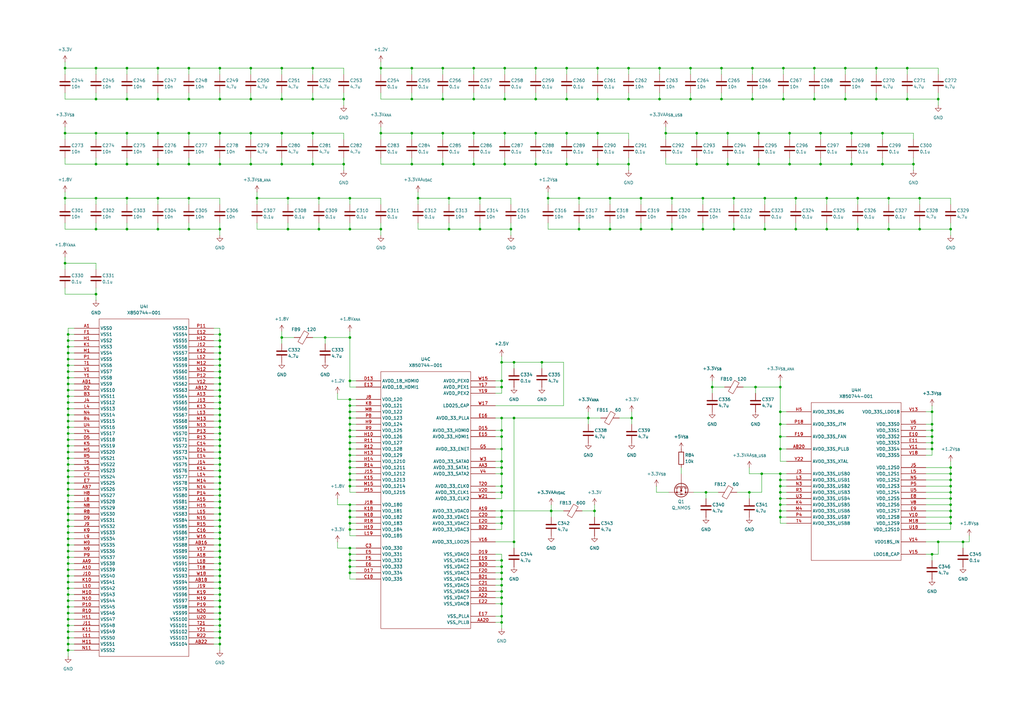
<source format=kicad_sch>
(kicad_sch (version 20250114) (generator "eeschema") (generator_version "9.0")
  (paper "A3")
  (junction (at 156.21 93.98))
  (junction (at 389.89 204.47))
  (junction (at 90.17 236.22))
  (junction (at 168.91 27.94))
  (junction (at 27.94 256.54))
  (junction (at 90.17 261.62))
  (junction (at 205.74 209.55))
  (junction (at 320.04 184.15))
  (junction (at 389.89 212.09))
  (junction (at 292.1 158.75))
  (junction (at 288.29 81.28))
  (junction (at 115.57 54.61))
  (junction (at 323.85 54.61))
  (junction (at 384.81 40.64))
  (junction (at 257.81 40.64))
  (junction (at 115.57 138.43))
  (junction (at 320.04 168.91))
  (junction (at 372.11 27.94))
  (junction (at 140.97 67.31))
  (junction (at 90.17 144.78))
  (junction (at 389.89 201.93))
  (junction (at 321.31 27.94))
  (junction (at 298.45 67.31))
  (junction (at 389.89 214.63))
  (junction (at 27.94 167.64))
  (junction (at 171.45 81.28))
  (junction (at 320.04 158.75))
  (junction (at 77.47 81.28))
  (junction (at 90.17 256.54))
  (junction (at 295.91 40.64))
  (junction (at 27.94 215.9))
  (junction (at 351.79 93.98))
  (junction (at 90.17 218.44))
  (junction (at 27.94 226.06))
  (junction (at 196.85 81.28))
  (junction (at 210.82 171.45))
  (junction (at 219.71 54.61))
  (junction (at 283.21 40.64))
  (junction (at 90.17 198.12))
  (junction (at 90.17 147.32))
  (junction (at 27.94 213.36))
  (junction (at 389.89 93.98))
  (junction (at 143.51 232.41))
  (junction (at 27.94 259.08))
  (junction (at 39.37 93.98))
  (junction (at 232.41 40.64))
  (junction (at 205.74 234.95))
  (junction (at 389.89 199.39))
  (junction (at 168.91 54.61))
  (junction (at 320.04 207.01))
  (junction (at 27.94 177.8))
  (junction (at 130.81 93.98))
  (junction (at 143.51 179.07))
  (junction (at 143.51 176.53))
  (junction (at 27.94 238.76))
  (junction (at 359.41 27.94))
  (junction (at 257.81 67.31))
  (junction (at 232.41 67.31))
  (junction (at 143.51 207.01))
  (junction (at 143.51 227.33))
  (junction (at 143.51 186.69))
  (junction (at 118.11 93.98))
  (junction (at 143.51 214.63))
  (junction (at 382.27 176.53))
  (junction (at 27.94 248.92))
  (junction (at 205.74 179.07))
  (junction (at 27.94 149.86))
  (junction (at 26.67 27.94))
  (junction (at 27.94 139.7))
  (junction (at 27.94 203.2))
  (junction (at 118.11 81.28))
  (junction (at 128.27 54.61))
  (junction (at 90.17 190.5))
  (junction (at 143.51 138.43))
  (junction (at 389.89 194.31))
  (junction (at 27.94 223.52))
  (junction (at 143.51 194.31))
  (junction (at 115.57 67.31))
  (junction (at 27.94 147.32))
  (junction (at 90.17 187.96))
  (junction (at 210.82 148.59))
  (junction (at 102.87 27.94))
  (junction (at 39.37 54.61))
  (junction (at 27.94 190.5))
  (junction (at 90.17 160.02))
  (junction (at 128.27 27.94))
  (junction (at 320.04 199.39))
  (junction (at 205.74 237.49))
  (junction (at 90.17 200.66))
  (junction (at 232.41 27.94))
  (junction (at 77.47 67.31))
  (junction (at 27.94 246.38))
  (junction (at 207.01 54.61))
  (junction (at 320.04 196.85))
  (junction (at 90.17 149.86))
  (junction (at 27.94 233.68))
  (junction (at 143.51 181.61))
  (junction (at 143.51 93.98))
  (junction (at 361.95 67.31))
  (junction (at 27.94 198.12))
  (junction (at 27.94 170.18))
  (junction (at 27.94 200.66))
  (junction (at 90.17 251.46))
  (junction (at 90.17 220.98))
  (junction (at 143.51 196.85))
  (junction (at 27.94 241.3))
  (junction (at 102.87 40.64))
  (junction (at 382.27 173.99))
  (junction (at 26.67 81.28))
  (junction (at 90.17 40.64))
  (junction (at 27.94 251.46))
  (junction (at 90.17 137.16))
  (junction (at 77.47 27.94))
  (junction (at 313.69 81.28))
  (junction (at 311.15 54.61))
  (junction (at 27.94 254))
  (junction (at 90.17 208.28))
  (junction (at 27.94 182.88))
  (junction (at 168.91 67.31))
  (junction (at 52.07 67.31))
  (junction (at 270.51 27.94))
  (junction (at 237.49 93.98))
  (junction (at 205.74 214.63))
  (junction (at 308.61 40.64))
  (junction (at 300.99 81.28))
  (junction (at 90.17 152.4))
  (junction (at 105.41 81.28))
  (junction (at 90.17 246.38))
  (junction (at 232.41 54.61))
  (junction (at 128.27 67.31))
  (junction (at 27.94 261.62))
  (junction (at 382.27 184.15))
  (junction (at 39.37 120.65))
  (junction (at 194.31 27.94))
  (junction (at 90.17 264.16))
  (junction (at 143.51 81.28))
  (junction (at 90.17 205.74))
  (junction (at 143.51 212.09))
  (junction (at 27.94 185.42))
  (junction (at 382.27 168.91))
  (junction (at 320.04 204.47))
  (junction (at 181.61 67.31))
  (junction (at 224.79 81.28))
  (junction (at 90.17 226.06))
  (junction (at 205.74 191.77))
  (junction (at 210.82 222.25))
  (junction (at 270.51 40.64))
  (junction (at 90.17 180.34))
  (junction (at 90.17 165.1))
  (junction (at 143.51 189.23))
  (junction (at 26.67 54.61))
  (junction (at 90.17 170.18))
  (junction (at 27.94 210.82))
  (junction (at 245.11 40.64))
  (junction (at 52.07 93.98))
  (junction (at 298.45 54.61))
  (junction (at 194.31 54.61))
  (junction (at 364.49 93.98))
  (junction (at 90.17 210.82))
  (junction (at 205.74 247.65))
  (junction (at 102.87 54.61))
  (junction (at 243.84 209.55))
  (junction (at 64.77 67.31))
  (junction (at 320.04 201.93))
  (junction (at 90.17 185.42))
  (junction (at 143.51 234.95))
  (junction (at 27.94 220.98))
  (junction (at 205.74 242.57))
  (junction (at 181.61 27.94))
  (junction (at 205.74 212.09))
  (junction (at 26.67 107.95))
  (junction (at 90.17 231.14))
  (junction (at 222.25 148.59))
  (junction (at 300.99 93.98))
  (junction (at 389.89 207.01))
  (junction (at 320.04 194.31))
  (junction (at 90.17 213.36))
  (junction (at 205.74 158.75))
  (junction (at 77.47 54.61))
  (junction (at 133.35 138.43))
  (junction (at 90.17 154.94))
  (junction (at 283.21 27.94))
  (junction (at 339.09 93.98))
  (junction (at 207.01 27.94))
  (junction (at 27.94 266.7))
  (junction (at 90.17 228.6))
  (junction (at 196.85 93.98))
  (junction (at 205.74 240.03))
  (junction (at 27.94 193.04))
  (junction (at 205.74 148.59))
  (junction (at 382.27 181.61))
  (junction (at 90.17 243.84))
  (junction (at 27.94 208.28))
  (junction (at 309.88 158.75))
  (junction (at 64.77 40.64))
  (junction (at 27.94 157.48))
  (junction (at 27.94 165.1))
  (junction (at 349.25 67.31))
  (junction (at 90.17 238.76))
  (junction (at 27.94 172.72))
  (junction (at 359.41 40.64))
  (junction (at 275.59 81.28))
  (junction (at 168.91 40.64))
  (junction (at 259.08 171.45))
  (junction (at 143.51 224.79))
  (junction (at 364.49 81.28))
  (junction (at 64.77 81.28))
  (junction (at 245.11 54.61))
  (junction (at 181.61 54.61))
  (junction (at 273.05 54.61))
  (junction (at 336.55 54.61))
  (junction (at 64.77 27.94))
  (junction (at 27.94 187.96))
  (junction (at 90.17 223.52))
  (junction (at 77.47 93.98))
  (junction (at 205.74 189.23))
  (junction (at 205.74 199.39))
  (junction (at 143.51 217.17))
  (junction (at 143.51 166.37))
  (junction (at 184.15 81.28))
  (junction (at 336.55 67.31))
  (junction (at 143.51 168.91))
  (junction (at 207.01 40.64))
  (junction (at 389.89 209.55))
  (junction (at 262.89 93.98))
  (junction (at 323.85 67.31))
  (junction (at 27.94 152.4))
  (junction (at 64.77 93.98))
  (junction (at 90.17 241.3))
  (junction (at 382.27 227.33))
  (junction (at 90.17 139.7))
  (junction (at 374.65 67.31))
  (junction (at 90.17 193.04))
  (junction (at 52.07 27.94))
  (junction (at 349.25 54.61))
  (junction (at 156.21 54.61))
  (junction (at 27.94 154.94))
  (junction (at 90.17 182.88))
  (junction (at 156.21 27.94))
  (junction (at 346.71 27.94))
  (junction (at 334.01 27.94))
  (junction (at 320.04 173.99))
  (junction (at 326.39 93.98))
  (junction (at 27.94 218.44))
  (junction (at 90.17 195.58))
  (junction (at 90.17 54.61))
  (junction (at 184.15 93.98))
  (junction (at 237.49 81.28))
  (junction (at 295.91 27.94))
  (junction (at 27.94 137.16))
  (junction (at 39.37 27.94))
  (junction (at 389.89 196.85))
  (junction (at 128.27 40.64))
  (junction (at 27.94 243.84))
  (junction (at 90.17 233.68))
  (junction (at 27.94 162.56))
  (junction (at 115.57 40.64))
  (junction (at 377.19 93.98))
  (junction (at 27.94 142.24))
  (junction (at 27.94 195.58))
  (junction (at 308.61 27.94))
  (junction (at 394.97 222.25))
  (junction (at 102.87 67.31))
  (junction (at 39.37 67.31))
  (junction (at 312.42 194.31))
  (junction (at 90.17 175.26))
  (junction (at 143.51 199.39))
  (junction (at 334.01 40.64))
  (junction (at 351.79 81.28))
  (junction (at 181.61 40.64))
  (junction (at 320.04 212.09))
  (junction (at 27.94 180.34))
  (junction (at 275.59 93.98))
  (junction (at 285.75 54.61))
  (junction (at 143.51 229.87))
  (junction (at 372.11 40.64))
  (junction (at 27.94 205.74))
  (junction (at 90.17 167.64))
  (junction (at 27.94 228.6))
  (junction (at 52.07 40.64))
  (junction (at 205.74 184.15))
  (junction (at 27.94 231.14))
  (junction (at 321.31 40.64))
  (junction (at 307.34 201.93))
  (junction (at 250.19 93.98))
  (junction (at 90.17 67.31))
  (junction (at 361.95 54.61))
  (junction (at 205.74 156.21))
  (junction (at 115.57 27.94))
  (junction (at 205.74 229.87))
  (junction (at 39.37 81.28))
  (junction (at 384.81 222.25))
  (junction (at 389.89 191.77))
  (junction (at 205.74 201.93))
  (junction (at 205.74 232.41))
  (junction (at 250.19 81.28))
  (junction (at 143.51 191.77))
  (junction (at 194.31 40.64))
  (junction (at 289.56 201.93))
  (junction (at 90.17 215.9))
  (junction (at 346.71 40.64))
  (junction (at 27.94 175.26))
  (junction (at 143.51 184.15))
  (junction (at 39.37 40.64))
  (junction (at 90.17 248.92))
  (junction (at 90.17 162.56))
  (junction (at 205.74 171.45))
  (junction (at 90.17 172.72))
  (junction (at 27.94 236.22))
  (junction (at 64.77 54.61))
  (junction (at 77.47 40.64))
  (junction (at 285.75 67.31))
  (junction (at 90.17 254))
  (junction (at 143.51 173.99))
  (junction (at 27.94 160.02))
  (junction (at 288.29 93.98))
  (junction (at 27.94 144.78))
  (junction (at 90.17 259.08))
  (junction (at 90.17 177.8))
  (junction (at 143.51 209.55))
  (junction (at 262.89 81.28))
  (junction (at 143.51 171.45))
  (junction (at 194.31 67.31))
  (junction (at 130.81 81.28))
  (junction (at 320.04 179.07))
  (junction (at 90.17 142.24))
  (junction (at 27.94 264.16))
  (junction (at 339.09 81.28))
  (junction (at 219.71 27.94))
  (junction (at 143.51 156.21))
  (junction (at 311.15 67.31))
  (junction (at 90.17 203.2))
  (junction (at 245.11 27.94))
  (junction (at 377.19 81.28))
  (junction (at 90.17 157.48))
  (junction (at 257.81 27.94))
  (junction (at 205.74 245.11))
  (junction (at 52.07 81.28))
  (junction (at 241.3 171.45))
  (junction (at 326.39 81.28))
  (junction (at 245.11 67.31))
  (junction (at 205.74 255.27))
  (junction (at 320.04 209.55))
  (junction (at 205.74 252.73))
  (junction (at 205.74 176.53))
  (junction (at 207.01 67.31))
  (junction (at 226.06 209.55))
  (junction (at 382.27 179.07))
  (junction (at 143.51 163.83))
  (junction (at 313.69 93.98))
  (junction (at 205.74 194.31))
  (junction (at 209.55 93.98))
  (junction (at 140.97 40.64))
  (junction (at 219.71 40.64))
  (junction (at 90.17 27.94))
  (junction (at 219.71 67.31))
  (junction (at 52.07 54.61))
  (junction (at 90.17 93.98))
  (wire (pts (xy 283.21 27.94) (xy 295.91 27.94)))
  (wire (pts (xy 140.97 67.31) (xy 140.97 69.85)))
  (wire (pts (xy 26.67 30.48) (xy 26.67 27.94)))
  (wire (pts (xy 181.61 30.48) (xy 181.61 27.94)))
  (wire (pts (xy 156.21 67.31) (xy 168.91 67.31)))
  (wire (pts (xy 143.51 194.31) (xy 143.51 196.85)))
  (wire (pts (xy 39.37 38.1) (xy 39.37 40.64)))
  (wire (pts (xy 102.87 64.77) (xy 102.87 67.31)))
  (wire (pts (xy 156.21 54.61) (xy 168.91 54.61)))
  (wire (pts (xy 262.89 93.98) (xy 275.59 93.98)))
  (wire (pts (xy 102.87 40.64) (xy 115.57 40.64)))
  (wire (pts (xy 143.51 168.91) (xy 146.05 168.91)))
  (wire (pts (xy 87.63 157.48) (xy 90.17 157.48)))
  (wire (pts (xy 39.37 110.49) (xy 39.37 107.95)))
  (wire (pts (xy 205.74 199.39) (xy 205.74 201.93)))
  (wire (pts (xy 222.25 151.13) (xy 222.25 148.59)))
  (wire (pts (xy 237.49 81.28) (xy 250.19 81.28)))
  (wire (pts (xy 27.94 152.4) (xy 30.48 152.4)))
  (wire (pts (xy 257.81 38.1) (xy 257.81 40.64)))
  (wire (pts (xy 27.94 213.36) (xy 30.48 213.36)))
  (wire (pts (xy 269.24 201.93) (xy 274.32 201.93)))
  (wire (pts (xy 138.43 207.01) (xy 143.51 207.01)))
  (wire (pts (xy 90.17 251.46) (xy 90.17 254)))
  (wire (pts (xy 245.11 40.64) (xy 257.81 40.64)))
  (wire (pts (xy 194.31 27.94) (xy 207.01 27.94)))
  (wire (pts (xy 241.3 171.45) (xy 246.38 171.45)))
  (wire (pts (xy 27.94 205.74) (xy 30.48 205.74)))
  (wire (pts (xy 203.2 222.25) (xy 210.82 222.25)))
  (wire (pts (xy 102.87 57.15) (xy 102.87 54.61)))
  (wire (pts (xy 181.61 40.64) (xy 194.31 40.64)))
  (wire (pts (xy 27.94 139.7) (xy 30.48 139.7)))
  (wire (pts (xy 90.17 172.72) (xy 90.17 175.26)))
  (wire (pts (xy 39.37 91.44) (xy 39.37 93.98)))
  (wire (pts (xy 207.01 38.1) (xy 207.01 40.64)))
  (wire (pts (xy 27.94 154.94) (xy 30.48 154.94)))
  (wire (pts (xy 27.94 167.64) (xy 27.94 170.18)))
  (wire (pts (xy 320.04 199.39) (xy 322.58 199.39)))
  (wire (pts (xy 128.27 57.15) (xy 128.27 54.61)))
  (wire (pts (xy 90.17 144.78) (xy 90.17 147.32)))
  (wire (pts (xy 205.74 237.49) (xy 205.74 240.03)))
  (wire (pts (xy 52.07 64.77) (xy 52.07 67.31)))
  (wire (pts (xy 128.27 38.1) (xy 128.27 40.64)))
  (wire (pts (xy 194.31 67.31) (xy 207.01 67.31)))
  (wire (pts (xy 298.45 67.31) (xy 311.15 67.31)))
  (wire (pts (xy 334.01 38.1) (xy 334.01 40.64)))
  (wire (pts (xy 203.2 176.53) (xy 205.74 176.53)))
  (wire (pts (xy 232.41 38.1) (xy 232.41 40.64)))
  (wire (pts (xy 203.2 227.33) (xy 205.74 227.33)))
  (wire (pts (xy 320.04 156.21) (xy 320.04 158.75)))
  (wire (pts (xy 143.51 184.15) (xy 143.51 186.69)))
  (wire (pts (xy 26.67 107.95) (xy 26.67 105.41)))
  (wire (pts (xy 143.51 229.87) (xy 143.51 232.41)))
  (wire (pts (xy 205.74 209.55) (xy 205.74 212.09)))
  (wire (pts (xy 27.94 223.52) (xy 27.94 226.06)))
  (wire (pts (xy 313.69 91.44) (xy 313.69 93.98)))
  (wire (pts (xy 334.01 30.48) (xy 334.01 27.94)))
  (wire (pts (xy 203.2 232.41) (xy 205.74 232.41)))
  (wire (pts (xy 224.79 83.82) (xy 224.79 81.28)))
  (wire (pts (xy 87.63 236.22) (xy 90.17 236.22)))
  (wire (pts (xy 257.81 30.48) (xy 257.81 27.94)))
  (wire (pts (xy 143.51 135.89) (xy 143.51 138.43)))
  (wire (pts (xy 313.69 81.28) (xy 326.39 81.28)))
  (wire (pts (xy 361.95 57.15) (xy 361.95 54.61)))
  (wire (pts (xy 27.94 203.2) (xy 27.94 205.74)))
  (wire (pts (xy 285.75 57.15) (xy 285.75 54.61)))
  (wire (pts (xy 203.2 184.15) (xy 205.74 184.15)))
  (wire (pts (xy 143.51 83.82) (xy 143.51 81.28)))
  (wire (pts (xy 203.2 229.87) (xy 205.74 229.87)))
  (wire (pts (xy 130.81 83.82) (xy 130.81 81.28)))
  (wire (pts (xy 143.51 232.41) (xy 146.05 232.41)))
  (wire (pts (xy 143.51 237.49) (xy 146.05 237.49)))
  (wire (pts (xy 90.17 170.18) (xy 90.17 172.72)))
  (wire (pts (xy 389.89 199.39) (xy 389.89 201.93)))
  (wire (pts (xy 320.04 184.15) (xy 320.04 179.07)))
  (wire (pts (xy 359.41 27.94) (xy 359.41 30.48)))
  (wire (pts (xy 379.73 227.33) (xy 382.27 227.33)))
  (wire (pts (xy 308.61 40.64) (xy 321.31 40.64)))
  (wire (pts (xy 171.45 81.28) (xy 171.45 78.74)))
  (wire (pts (xy 27.94 254) (xy 30.48 254)))
  (wire (pts (xy 90.17 193.04) (xy 90.17 195.58)))
  (wire (pts (xy 27.94 182.88) (xy 30.48 182.88)))
  (wire (pts (xy 361.95 54.61) (xy 374.65 54.61)))
  (wire (pts (xy 26.67 81.28) (xy 39.37 81.28)))
  (wire (pts (xy 87.63 208.28) (xy 90.17 208.28)))
  (wire (pts (xy 26.67 93.98) (xy 39.37 93.98)))
  (wire (pts (xy 273.05 57.15) (xy 273.05 54.61)))
  (wire (pts (xy 27.94 215.9) (xy 30.48 215.9)))
  (wire (pts (xy 181.61 38.1) (xy 181.61 40.64)))
  (wire (pts (xy 143.51 224.79) (xy 146.05 224.79)))
  (wire (pts (xy 143.51 176.53) (xy 143.51 179.07)))
  (wire (pts (xy 346.71 27.94) (xy 359.41 27.94)))
  (wire (pts (xy 205.74 148.59) (xy 210.82 148.59)))
  (wire (pts (xy 285.75 67.31) (xy 298.45 67.31)))
  (wire (pts (xy 308.61 30.48) (xy 308.61 27.94)))
  (wire (pts (xy 219.71 67.31) (xy 232.41 67.31)))
  (wire (pts (xy 298.45 57.15) (xy 298.45 54.61)))
  (wire (pts (xy 205.74 252.73) (xy 205.74 255.27)))
  (wire (pts (xy 382.27 168.91) (xy 382.27 173.99)))
  (wire (pts (xy 205.74 156.21) (xy 205.74 158.75)))
  (wire (pts (xy 87.63 264.16) (xy 90.17 264.16)))
  (wire (pts (xy 64.77 81.28) (xy 77.47 81.28)))
  (wire (pts (xy 128.27 27.94) (xy 140.97 27.94)))
  (wire (pts (xy 27.94 261.62) (xy 27.94 264.16)))
  (wire (pts (xy 300.99 81.28) (xy 313.69 81.28)))
  (wire (pts (xy 205.74 229.87) (xy 205.74 232.41)))
  (wire (pts (xy 205.74 146.05) (xy 205.74 148.59)))
  (wire (pts (xy 203.2 191.77) (xy 205.74 191.77)))
  (wire (pts (xy 321.31 27.94) (xy 334.01 27.94)))
  (wire (pts (xy 77.47 67.31) (xy 90.17 67.31)))
  (wire (pts (xy 171.45 93.98) (xy 184.15 93.98)))
  (wire (pts (xy 232.41 64.77) (xy 232.41 67.31)))
  (wire (pts (xy 184.15 91.44) (xy 184.15 93.98)))
  (wire (pts (xy 339.09 91.44) (xy 339.09 93.98)))
  (wire (pts (xy 146.05 156.21) (xy 143.51 156.21)))
  (wire (pts (xy 27.94 142.24) (xy 30.48 142.24)))
  (wire (pts (xy 320.04 212.09) (xy 322.58 212.09)))
  (wire (pts (xy 194.31 57.15) (xy 194.31 54.61)))
  (wire (pts (xy 219.71 38.1) (xy 219.71 40.64)))
  (wire (pts (xy 77.47 30.48) (xy 77.47 27.94)))
  (wire (pts (xy 262.89 91.44) (xy 262.89 93.98)))
  (wire (pts (xy 359.41 27.94) (xy 372.11 27.94)))
  (wire (pts (xy 241.3 171.45) (xy 241.3 173.99)))
  (wire (pts (xy 90.17 248.92) (xy 90.17 251.46)))
  (wire (pts (xy 205.74 209.55) (xy 226.06 209.55)))
  (wire (pts (xy 322.58 173.99) (xy 320.04 173.99)))
  (wire (pts (xy 143.51 93.98) (xy 156.21 93.98)))
  (wire (pts (xy 118.11 83.82) (xy 118.11 81.28)))
  (wire (pts (xy 389.89 212.09) (xy 389.89 214.63)))
  (wire (pts (xy 346.71 30.48) (xy 346.71 27.94)))
  (wire (pts (xy 27.94 193.04) (xy 27.94 195.58)))
  (wire (pts (xy 39.37 54.61) (xy 52.07 54.61)))
  (wire (pts (xy 389.89 204.47) (xy 389.89 207.01)))
  (wire (pts (xy 224.79 93.98) (xy 237.49 93.98)))
  (wire (pts (xy 351.79 83.82) (xy 351.79 81.28)))
  (wire (pts (xy 26.67 120.65) (xy 39.37 120.65)))
  (wire (pts (xy 382.27 166.37) (xy 382.27 168.91)))
  (wire (pts (xy 27.94 160.02) (xy 30.48 160.02)))
  (wire (pts (xy 90.17 162.56) (xy 90.17 165.1)))
  (wire (pts (xy 115.57 135.89) (xy 115.57 138.43)))
  (wire (pts (xy 210.82 222.25) (xy 210.82 224.79)))
  (wire (pts (xy 232.41 67.31) (xy 245.11 67.31)))
  (wire (pts (xy 224.79 91.44) (xy 224.79 93.98)))
  (wire (pts (xy 143.51 173.99) (xy 143.51 176.53)))
  (wire (pts (xy 143.51 186.69) (xy 146.05 186.69)))
  (wire (pts (xy 102.87 38.1) (xy 102.87 40.64)))
  (wire (pts (xy 245.11 38.1) (xy 245.11 40.64)))
  (wire (pts (xy 52.07 30.48) (xy 52.07 27.94)))
  (wire (pts (xy 90.17 180.34) (xy 90.17 182.88)))
  (wire (pts (xy 389.89 214.63) (xy 389.89 217.17)))
  (wire (pts (xy 241.3 168.91) (xy 241.3 171.45)))
  (wire (pts (xy 143.51 232.41) (xy 143.51 234.95)))
  (wire (pts (xy 389.89 207.01) (xy 379.73 207.01)))
  (wire (pts (xy 232.41 57.15) (xy 232.41 54.61)))
  (wire (pts (xy 389.89 209.55) (xy 389.89 212.09)))
  (wire (pts (xy 27.94 152.4) (xy 27.94 154.94)))
  (wire (pts (xy 26.67 83.82) (xy 26.67 81.28)))
  (wire (pts (xy 207.01 27.94) (xy 219.71 27.94)))
  (wire (pts (xy 382.27 227.33) (xy 384.81 227.33)))
  (wire (pts (xy 203.2 237.49) (xy 205.74 237.49)))
  (wire (pts (xy 77.47 40.64) (xy 90.17 40.64)))
  (wire (pts (xy 26.67 40.64) (xy 39.37 40.64)))
  (wire (pts (xy 27.94 254) (xy 27.94 256.54)))
  (wire (pts (xy 171.45 83.82) (xy 171.45 81.28)))
  (wire (pts (xy 203.2 209.55) (xy 205.74 209.55)))
  (wire (pts (xy 389.89 196.85) (xy 379.73 196.85)))
  (wire (pts (xy 90.17 67.31) (xy 102.87 67.31)))
  (wire (pts (xy 143.51 227.33) (xy 143.51 229.87)))
  (wire (pts (xy 115.57 30.48) (xy 115.57 27.94)))
  (wire (pts (xy 156.21 30.48) (xy 156.21 27.94)))
  (wire (pts (xy 27.94 200.66) (xy 30.48 200.66)))
  (wire (pts (xy 90.17 243.84) (xy 90.17 246.38)))
  (wire (pts (xy 87.63 154.94) (xy 90.17 154.94)))
  (wire (pts (xy 87.63 200.66) (xy 90.17 200.66)))
  (wire (pts (xy 351.79 81.28) (xy 364.49 81.28)))
  (wire (pts (xy 320.04 209.55) (xy 322.58 209.55)))
  (wire (pts (xy 105.41 83.82) (xy 105.41 81.28)))
  (wire (pts (xy 140.97 30.48) (xy 140.97 27.94)))
  (wire (pts (xy 320.04 194.31) (xy 312.42 194.31)))
  (wire (pts (xy 292.1 158.75) (xy 292.1 161.29)))
  (wire (pts (xy 26.67 67.31) (xy 39.37 67.31)))
  (wire (pts (xy 298.45 64.77) (xy 298.45 67.31)))
  (wire (pts (xy 143.51 81.28) (xy 156.21 81.28)))
  (wire (pts (xy 27.94 157.48) (xy 30.48 157.48)))
  (wire (pts (xy 26.67 64.77) (xy 26.67 67.31)))
  (wire (pts (xy 250.19 91.44) (xy 250.19 93.98)))
  (wire (pts (xy 27.94 241.3) (xy 27.94 243.84)))
  (wire (pts (xy 27.94 149.86) (xy 30.48 149.86)))
  (wire (pts (xy 285.75 54.61) (xy 298.45 54.61)))
  (wire (pts (xy 384.81 30.48) (xy 384.81 27.94)))
  (wire (pts (xy 226.06 207.01) (xy 226.06 209.55)))
  (wire (pts (xy 207.01 64.77) (xy 207.01 67.31)))
  (wire (pts (xy 90.17 27.94) (xy 102.87 27.94)))
  (wire (pts (xy 377.19 91.44) (xy 377.19 93.98)))
  (wire (pts (xy 87.63 213.36) (xy 90.17 213.36)))
  (wire (pts (xy 90.17 175.26) (xy 90.17 177.8)))
  (wire (pts (xy 389.89 189.23) (xy 389.89 191.77)))
  (wire (pts (xy 389.89 207.01) (xy 389.89 209.55)))
  (wire (pts (xy 372.11 40.64) (xy 384.81 40.64)))
  (wire (pts (xy 87.63 187.96) (xy 90.17 187.96)))
  (wire (pts (xy 245.11 64.77) (xy 245.11 67.31)))
  (wire (pts (xy 320.04 204.47) (xy 322.58 204.47)))
  (wire (pts (xy 238.76 209.55) (xy 243.84 209.55)))
  (wire (pts (xy 77.47 64.77) (xy 77.47 67.31)))
  (wire (pts (xy 205.74 179.07) (xy 205.74 184.15)))
  (wire (pts (xy 156.21 83.82) (xy 156.21 81.28)))
  (wire (pts (xy 143.51 209.55) (xy 143.51 212.09)))
  (wire (pts (xy 143.51 217.17) (xy 146.05 217.17)))
  (wire (pts (xy 27.94 154.94) (xy 27.94 157.48)))
  (wire (pts (xy 181.61 67.31) (xy 194.31 67.31)))
  (wire (pts (xy 181.61 27.94) (xy 194.31 27.94)))
  (wire (pts (xy 300.99 93.98) (xy 313.69 93.98)))
  (wire (pts (xy 219.71 54.61) (xy 232.41 54.61)))
  (wire (pts (xy 156.21 40.64) (xy 168.91 40.64)))
  (wire (pts (xy 64.77 67.31) (xy 77.47 67.31)))
  (wire (pts (xy 298.45 54.61) (xy 311.15 54.61)))
  (wire (pts (xy 27.94 259.08) (xy 27.94 261.62)))
  (wire (pts (xy 205.74 148.59) (xy 205.74 156.21)))
  (wire (pts (xy 379.73 179.07) (xy 382.27 179.07)))
  (wire (pts (xy 300.99 83.82) (xy 300.99 81.28)))
  (wire (pts (xy 27.94 236.22) (xy 30.48 236.22)))
  (wire (pts (xy 143.51 219.71) (xy 146.05 219.71)))
  (wire (pts (xy 203.2 156.21) (xy 205.74 156.21)))
  (wire (pts (xy 143.51 201.93) (xy 146.05 201.93)))
  (wire (pts (xy 90.17 149.86) (xy 90.17 152.4)))
  (wire (pts (xy 26.67 91.44) (xy 26.67 93.98)))
  (wire (pts (xy 307.34 194.31) (xy 307.34 191.77)))
  (wire (pts (xy 87.63 198.12) (xy 90.17 198.12)))
  (wire (pts (xy 181.61 54.61) (xy 194.31 54.61)))
  (wire (pts (xy 26.67 54.61) (xy 26.67 52.07)))
  (wire (pts (xy 27.94 147.32) (xy 30.48 147.32)))
  (wire (pts (xy 205.74 214.63) (xy 205.74 217.17)))
  (wire (pts (xy 210.82 171.45) (xy 210.82 222.25)))
  (wire (pts (xy 27.94 238.76) (xy 30.48 238.76)))
  (wire (pts (xy 312.42 201.93) (xy 312.42 194.31)))
  (wire (pts (xy 300.99 91.44) (xy 300.99 93.98)))
  (wire (pts (xy 339.09 81.28) (xy 351.79 81.28)))
  (wire (pts (xy 295.91 40.64) (xy 308.61 40.64)))
  (wire (pts (xy 27.94 170.18) (xy 30.48 170.18)))
  (wire (pts (xy 205.74 201.93) (xy 205.74 204.47)))
  (wire (pts (xy 27.94 137.16) (xy 30.48 137.16)))
  (wire (pts (xy 196.85 93.98) (xy 209.55 93.98)))
  (wire (pts (xy 205.74 245.11) (xy 205.74 247.65)))
  (wire (pts (xy 323.85 64.77) (xy 323.85 67.31)))
  (wire (pts (xy 27.94 162.56) (xy 30.48 162.56)))
  (wire (pts (xy 133.35 138.43) (xy 143.51 138.43)))
  (wire (pts (xy 351.79 91.44) (xy 351.79 93.98)))
  (wire (pts (xy 379.73 214.63) (xy 389.89 214.63)))
  (wire (pts (xy 146.05 163.83) (xy 143.51 163.83)))
  (wire (pts (xy 27.94 149.86) (xy 27.94 152.4)))
  (wire (pts (xy 143.51 191.77) (xy 143.51 194.31)))
  (wire (pts (xy 90.17 152.4) (xy 90.17 154.94)))
  (wire (pts (xy 27.94 231.14) (xy 30.48 231.14)))
  (wire (pts (xy 372.11 27.94) (xy 384.81 27.94)))
  (wire (pts (xy 184.15 93.98) (xy 196.85 93.98)))
  (wire (pts (xy 224.79 81.28) (xy 224.79 78.74)))
  (wire (pts (xy 27.94 264.16) (xy 27.94 266.7)))
  (wire (pts (xy 203.2 189.23) (xy 205.74 189.23)))
  (wire (pts (xy 307.34 201.93) (xy 307.34 204.47)))
  (wire (pts (xy 90.17 203.2) (xy 90.17 205.74)))
  (wire (pts (xy 27.94 147.32) (xy 27.94 149.86)))
  (wire (pts (xy 311.15 67.31) (xy 323.85 67.31)))
  (wire (pts (xy 27.94 246.38) (xy 30.48 246.38)))
  (wire (pts (xy 203.2 252.73) (xy 205.74 252.73)))
  (wire (pts (xy 379.73 168.91) (xy 382.27 168.91)))
  (wire (pts (xy 27.94 236.22) (xy 27.94 238.76)))
  (wire (pts (xy 143.51 138.43) (xy 143.51 156.21)))
  (wire (pts (xy 140.97 64.77) (xy 140.97 67.31)))
  (wire (pts (xy 143.51 173.99) (xy 146.05 173.99)))
  (wire (pts (xy 90.17 182.88) (xy 90.17 185.42)))
  (wire (pts (xy 52.07 67.31) (xy 64.77 67.31)))
  (wire (pts (xy 226.06 209.55) (xy 226.06 212.09)))
  (wire (pts (xy 27.94 139.7) (xy 27.94 142.24)))
  (wire (pts (xy 143.51 217.17) (xy 143.51 219.71)))
  (wire (pts (xy 118.11 81.28) (xy 130.81 81.28)))
  (wire (pts (xy 364.49 81.28) (xy 377.19 81.28)))
  (wire (pts (xy 27.94 157.48) (xy 27.94 160.02)))
  (wire (pts (xy 27.94 238.76) (xy 27.94 241.3)))
  (wire (pts (xy 361.95 67.31) (xy 374.65 67.31)))
  (wire (pts (xy 171.45 91.44) (xy 171.45 93.98)))
  (wire (pts (xy 245.11 57.15) (xy 245.11 54.61)))
  (wire (pts (xy 320.04 201.93) (xy 320.04 204.47)))
  (wire (pts (xy 143.51 234.95) (xy 146.05 234.95)))
  (wire (pts (xy 27.94 198.12) (xy 27.94 200.66)))
  (wire (pts (xy 143.51 229.87) (xy 146.05 229.87)))
  (wire (pts (xy 27.94 160.02) (xy 27.94 162.56)))
  (wire (pts (xy 26.67 27.94) (xy 26.67 25.4)))
  (wire (pts (xy 210.82 148.59) (xy 222.25 148.59)))
  (wire (pts (xy 292.1 158.75) (xy 297.18 158.75)))
  (wire (pts (xy 270.51 40.64) (xy 283.21 40.64)))
  (wire (pts (xy 203.2 247.65) (xy 205.74 247.65)))
  (wire (pts (xy 210.82 151.13) (xy 210.82 148.59)))
  (wire (pts (xy 311.15 54.61) (xy 323.85 54.61)))
  (wire (pts (xy 384.81 38.1) (xy 384.81 40.64)))
  (wire (pts (xy 389.89 91.44) (xy 389.89 93.98)))
  (wire (pts (xy 168.91 57.15) (xy 168.91 54.61)))
  (wire (pts (xy 304.8 158.75) (xy 309.88 158.75)))
  (wire (pts (xy 320.04 214.63) (xy 322.58 214.63)))
  (wire (pts (xy 64.77 27.94) (xy 77.47 27.94)))
  (wire (pts (xy 77.47 91.44) (xy 77.47 93.98)))
  (wire (pts (xy 143.51 179.07) (xy 143.51 181.61)))
  (wire (pts (xy 118.11 91.44) (xy 118.11 93.98)))
  (wire (pts (xy 203.2 242.57) (xy 205.74 242.57)))
  (wire (pts (xy 143.51 158.75) (xy 143.51 156.21)))
  (wire (pts (xy 284.48 201.93) (xy 289.56 201.93)))
  (wire (pts (xy 52.07 54.61) (xy 64.77 54.61)))
  (wire (pts (xy 27.94 261.62) (xy 30.48 261.62)))
  (wire (pts (xy 203.2 161.29) (xy 205.74 161.29)))
  (wire (pts (xy 87.63 228.6) (xy 90.17 228.6)))
  (wire (pts (xy 364.49 83.82) (xy 364.49 81.28)))
  (wire (pts (xy 309.88 158.75) (xy 309.88 161.29)))
  (wire (pts (xy 87.63 215.9) (xy 90.17 215.9)))
  (wire (pts (xy 77.47 57.15) (xy 77.47 54.61)))
  (wire (pts (xy 194.31 30.48) (xy 194.31 27.94)))
  (wire (pts (xy 27.94 226.06) (xy 30.48 226.06)))
  (wire (pts (xy 289.56 201.93) (xy 289.56 204.47)))
  (wire (pts (xy 26.67 38.1) (xy 26.67 40.64)))
  (wire (pts (xy 143.51 179.07) (xy 146.05 179.07)))
  (wire (pts (xy 374.65 57.15) (xy 374.65 54.61)))
  (wire (pts (xy 288.29 83.82) (xy 288.29 81.28)))
  (wire (pts (xy 130.81 81.28) (xy 143.51 81.28)))
  (wire (pts (xy 143.51 212.09) (xy 146.05 212.09)))
  (wire (pts (xy 143.51 168.91) (xy 143.51 171.45)))
  (wire (pts (xy 288.29 93.98) (xy 300.99 93.98)))
  (wire (pts (xy 138.43 222.25) (xy 138.43 224.79)))
  (wire (pts (xy 382.27 176.53) (xy 382.27 179.07)))
  (wire (pts (xy 27.94 264.16) (xy 30.48 264.16)))
  (wire (pts (xy 156.21 91.44) (xy 156.21 93.98)))
  (wire (pts (xy 311.15 57.15) (xy 311.15 54.61)))
  (wire (pts (xy 320.04 189.23) (xy 320.04 184.15)))
  (wire (pts (xy 27.94 233.68) (xy 27.94 236.22)))
  (wire (pts (xy 64.77 91.44) (xy 64.77 93.98)))
  (wire (pts (xy 250.19 83.82) (xy 250.19 81.28)))
  (wire (pts (xy 205.74 158.75) (xy 205.74 161.29)))
  (wire (pts (xy 143.51 166.37) (xy 143.51 168.91)))
  (wire (pts (xy 115.57 40.64) (xy 128.27 40.64)))
  (wire (pts (xy 321.31 38.1) (xy 321.31 40.64)))
  (wire (pts (xy 143.51 214.63) (xy 143.51 217.17)))
  (wire (pts (xy 64.77 64.77) (xy 64.77 67.31)))
  (wire (pts (xy 323.85 67.31) (xy 336.55 67.31)))
  (wire (pts (xy 379.73 176.53) (xy 382.27 176.53)))
  (wire (pts (xy 128.27 30.48) (xy 128.27 27.94)))
  (wire (pts (xy 90.17 160.02) (xy 90.17 162.56)))
  (wire (pts (xy 87.63 218.44) (xy 90.17 218.44)))
  (wire (pts (xy 245.11 27.94) (xy 257.81 27.94)))
  (wire (pts (xy 322.58 168.91) (xy 320.04 168.91)))
  (wire (pts (xy 128.27 67.31) (xy 140.97 67.31)))
  (wire (pts (xy 257.81 64.77) (xy 257.81 67.31)))
  (wire (pts (xy 90.17 226.06) (xy 90.17 228.6)))
  (wire (pts (xy 209.55 83.82) (xy 209.55 81.28)))
  (wire (pts (xy 203.2 194.31) (xy 205.74 194.31)))
  (wire (pts (xy 27.94 243.84) (xy 27.94 246.38)))
  (wire (pts (xy 377.19 81.28) (xy 389.89 81.28)))
  (wire (pts (xy 349.25 57.15) (xy 349.25 54.61)))
  (wire (pts (xy 232.41 30.48) (xy 232.41 27.94)))
  (wire (pts (xy 312.42 194.31) (xy 307.34 194.31)))
  (wire (pts (xy 308.61 38.1) (xy 308.61 40.64)))
  (wire (pts (xy 52.07 93.98) (xy 64.77 93.98)))
  (wire (pts (xy 257.81 40.64) (xy 270.51 40.64)))
  (wire (pts (xy 90.17 165.1) (xy 90.17 167.64)))
  (wire (pts (xy 102.87 27.94) (xy 115.57 27.94)))
  (wire (pts (xy 64.77 57.15) (xy 64.77 54.61)))
  (wire (pts (xy 273.05 54.61) (xy 285.75 54.61)))
  (wire (pts (xy 203.2 214.63) (xy 205.74 214.63)))
  (wire (pts (xy 146.05 158.75) (xy 143.51 158.75)))
  (wire (pts (xy 207.01 54.61) (xy 219.71 54.61)))
  (wire (pts (xy 143.51 191.77) (xy 146.05 191.77)))
  (wire (pts (xy 389.89 191.77) (xy 389.89 194.31)))
  (wire (pts (xy 27.94 213.36) (xy 27.94 215.9)))
  (wire (pts (xy 222.25 148.59) (xy 231.14 148.59)))
  (wire (pts (xy 115.57 138.43) (xy 120.65 138.43)))
  (wire (pts (xy 302.26 201.93) (xy 307.34 201.93)))
  (wire (pts (xy 39.37 27.94) (xy 52.07 27.94)))
  (wire (pts (xy 292.1 156.21) (xy 292.1 158.75)))
  (wire (pts (xy 90.17 228.6) (xy 90.17 231.14)))
  (wire (pts (xy 27.94 172.72) (xy 27.94 175.26)))
  (wire (pts (xy 128.27 64.77) (xy 128.27 67.31)))
  (wire (pts (xy 115.57 138.43) (xy 115.57 140.97)))
  (wire (pts (xy 205.74 191.77) (xy 205.74 194.31)))
  (wire (pts (xy 87.63 246.38) (xy 90.17 246.38)))
  (wire (pts (xy 203.2 245.11) (xy 205.74 245.11)))
  (wire (pts (xy 283.21 38.1) (xy 283.21 40.64)))
  (wire (pts (xy 87.63 160.02) (xy 90.17 160.02)))
  (wire (pts (xy 326.39 81.28) (xy 339.09 81.28)))
  (wire (pts (xy 143.51 166.37) (xy 146.05 166.37)))
  (wire (pts (xy 321.31 27.94) (xy 321.31 30.48)))
  (wire (pts (xy 320.04 168.91) (xy 320.04 173.99)))
  (wire (pts (xy 87.63 226.06) (xy 90.17 226.06)))
  (wire (pts (xy 27.94 190.5) (xy 30.48 190.5)))
  (wire (pts (xy 27.94 256.54) (xy 30.48 256.54)))
  (wire (pts (xy 27.94 241.3) (xy 30.48 241.3)))
  (wire (pts (xy 359.41 38.1) (xy 359.41 40.64)))
  (wire (pts (xy 389.89 194.31) (xy 389.89 196.85)))
  (wire (pts (xy 64.77 38.1) (xy 64.77 40.64)))
  (wire (pts (xy 156.21 38.1) (xy 156.21 40.64)))
  (wire (pts (xy 27.94 182.88) (xy 27.94 185.42)))
  (wire (pts (xy 27.94 193.04) (xy 30.48 193.04)))
  (wire (pts (xy 320.04 168.91) (xy 320.04 158.75)))
  (wire (pts (xy 336.55 54.61) (xy 349.25 54.61)))
  (wire (pts (xy 27.94 165.1) (xy 27.94 167.64)))
  (wire (pts (xy 346.71 38.1) (xy 346.71 40.64)))
  (wire (pts (xy 143.51 196.85) (xy 146.05 196.85)))
  (wire (pts (xy 168.91 38.1) (xy 168.91 40.64)))
  (wire (pts (xy 27.94 144.78) (xy 30.48 144.78)))
  (wire (pts (xy 90.17 254) (xy 90.17 256.54)))
  (wire (pts (xy 181.61 64.77) (xy 181.61 67.31)))
  (wire (pts (xy 102.87 67.31) (xy 115.57 67.31)))
  (wire (pts (xy 205.74 212.09) (xy 205.74 214.63)))
  (wire (pts (xy 219.71 64.77) (xy 219.71 67.31)))
  (wire (pts (xy 118.11 93.98) (xy 130.81 93.98)))
  (wire (pts (xy 105.41 93.98) (xy 118.11 93.98)))
  (wire (pts (xy 231.14 166.37) (xy 203.2 166.37)))
  (wire (pts (xy 39.37 64.77) (xy 39.37 67.31)))
  (wire (pts (xy 273.05 67.31) (xy 285.75 67.31)))
  (wire (pts (xy 143.51 212.09) (xy 143.51 214.63)))
  (wire (pts (xy 168.91 54.61) (xy 181.61 54.61)))
  (wire (pts (xy 90.17 210.82) (xy 90.17 213.36)))
  (wire (pts (xy 27.94 177.8) (xy 30.48 177.8)))
  (wire (pts (xy 389.89 201.93) (xy 379.73 201.93)))
  (wire (pts (xy 288.29 91.44) (xy 288.29 93.98)))
  (wire (pts (xy 27.94 246.38) (xy 27.94 248.92)))
  (wire (pts (xy 209.55 91.44) (xy 209.55 93.98)))
  (wire (pts (xy 90.17 259.08) (xy 90.17 261.62)))
  (wire (pts (xy 27.94 231.14) (xy 27.94 233.68)))
  (wire (pts (xy 194.31 38.1) (xy 194.31 40.64)))
  (wire (pts (xy 87.63 203.2) (xy 90.17 203.2)))
  (wire (pts (xy 87.63 137.16) (xy 90.17 137.16)))
  (wire (pts (xy 389.89 201.93) (xy 389.89 204.47)))
  (wire (pts (xy 156.21 57.15) (xy 156.21 54.61)))
  (wire (pts (xy 320.04 201.93) (xy 322.58 201.93)))
  (wire (pts (xy 39.37 120.65) (xy 39.37 123.19)))
  (wire (pts (xy 359.41 40.64) (xy 372.11 40.64)))
  (wire (pts (xy 39.37 30.48) (xy 39.37 27.94)))
  (wire (pts (xy 320.04 196.85) (xy 320.04 199.39)))
  (wire (pts (xy 323.85 57.15) (xy 323.85 54.61)))
  (wire (pts (xy 87.63 241.3) (xy 90.17 241.3)))
  (wire (pts (xy 90.17 236.22) (xy 90.17 238.76)))
  (wire (pts (xy 87.63 152.4) (xy 90.17 152.4)))
  (wire (pts (xy 231.14 148.59) (xy 231.14 166.37)))
  (wire (pts (xy 382.27 227.33) (xy 382.27 229.87)))
  (wire (pts (xy 326.39 91.44) (xy 326.39 93.98)))
  (wire (pts (xy 257.81 57.15) (xy 257.81 54.61)))
  (wire (pts (xy 384.81 222.25) (xy 379.73 222.25)))
  (wire (pts (xy 27.94 251.46) (xy 30.48 251.46)))
  (wire (pts (xy 27.94 205.74) (xy 27.94 208.28)))
  (wire (pts (xy 90.17 177.8) (xy 90.17 180.34)))
  (wire (pts (xy 168.91 40.64) (xy 181.61 40.64)))
  (wire (pts (xy 205.74 234.95) (xy 205.74 237.49)))
  (wire (pts (xy 143.51 163.83) (xy 143.51 166.37)))
  (wire (pts (xy 87.63 223.52) (xy 90.17 223.52)))
  (wire (pts (xy 26.67 81.28) (xy 26.67 78.74)))
  (wire (pts (xy 27.94 190.5) (xy 27.94 193.04)))
  (wire (pts (xy 64.77 93.98) (xy 77.47 93.98)))
  (wire (pts (xy 27.94 266.7) (xy 27.94 269.24)))
  (wire (pts (xy 52.07 38.1) (xy 52.07 40.64)))
  (wire (pts (xy 143.51 181.61) (xy 146.05 181.61)))
  (wire (pts (xy 254 171.45) (xy 259.08 171.45)))
  (wire (pts (xy 27.94 198.12) (xy 30.48 198.12)))
  (wire (pts (xy 143.51 189.23) (xy 143.51 191.77)))
  (wire (pts (xy 205.74 247.65) (xy 205.74 252.73)))
  (wire (pts (xy 245.11 54.61) (xy 257.81 54.61)))
  (wire (pts (xy 27.94 208.28) (xy 27.94 210.82)))
  (wire (pts (xy 389.89 81.28) (xy 389.89 83.82)))
  (wire (pts (xy 270.51 27.94) (xy 283.21 27.94)))
  (wire (pts (xy 90.17 256.54) (xy 90.17 259.08)))
  (wire (pts (xy 77.47 83.82) (xy 77.47 81.28)))
  (wire (pts (xy 87.63 165.1) (xy 90.17 165.1)))
  (wire (pts (xy 27.94 243.84) (xy 30.48 243.84)))
  (wire (pts (xy 87.63 195.58) (xy 90.17 195.58)))
  (wire (pts (xy 143.51 227.33) (xy 146.05 227.33)))
  (wire (pts (xy 196.85 83.82) (xy 196.85 81.28)))
  (wire (pts (xy 87.63 261.62) (xy 90.17 261.62)))
  (wire (pts (xy 143.51 181.61) (xy 143.51 184.15)))
  (wire (pts (xy 168.91 64.77) (xy 168.91 67.31)))
  (wire (pts (xy 394.97 222.25) (xy 384.81 222.25)))
  (wire (pts (xy 143.51 176.53) (xy 146.05 176.53)))
  (wire (pts (xy 52.07 57.15) (xy 52.07 54.61)))
  (wire (pts (xy 90.17 213.36) (xy 90.17 215.9)))
  (wire (pts (xy 389.89 196.85) (xy 389.89 199.39)))
  (wire (pts (xy 205.74 232.41) (xy 205.74 234.95)))
  (wire (pts (xy 27.94 185.42) (xy 27.94 187.96)))
  (wire (pts (xy 226.06 209.55) (xy 231.14 209.55)))
  (wire (pts (xy 322.58 189.23) (xy 320.04 189.23)))
  (wire (pts (xy 87.63 220.98) (xy 90.17 220.98)))
  (wire (pts (xy 64.77 83.82) (xy 64.77 81.28)))
  (wire (pts (xy 27.94 256.54) (xy 27.94 259.08)))
  (wire (pts (xy 87.63 238.76) (xy 90.17 238.76)))
  (wire (pts (xy 203.2 255.27) (xy 205.74 255.27)))
  (wire (pts (xy 39.37 83.82) (xy 39.37 81.28)))
  (wire (pts (xy 115.57 57.15) (xy 115.57 54.61)))
  (wire (pts (xy 138.43 224.79) (xy 143.51 224.79)))
  (wire (pts (xy 105.41 81.28) (xy 118.11 81.28)))
  (wire (pts (xy 203.2 234.95) (xy 205.74 234.95)))
  (wire (pts (xy 336.55 57.15) (xy 336.55 54.61)))
  (wire (pts (xy 288.29 81.28) (xy 300.99 81.28)))
  (wire (pts (xy 87.63 170.18) (xy 90.17 170.18)))
  (wire (pts (xy 90.17 215.9) (xy 90.17 218.44)))
  (wire (pts (xy 27.94 220.98) (xy 27.94 223.52)))
  (wire (pts (xy 205.74 194.31) (xy 205.74 199.39)))
  (wire (pts (xy 389.89 93.98) (xy 389.89 96.52)))
  (wire (pts (xy 27.94 187.96) (xy 27.94 190.5)))
  (wire (pts (xy 349.25 54.61) (xy 361.95 54.61)))
  (wire (pts (xy 27.94 187.96) (xy 30.48 187.96)))
  (wire (pts (xy 77.47 27.94) (xy 90.17 27.94)))
  (wire (pts (xy 87.63 243.84) (xy 90.17 243.84)))
  (wire (pts (xy 115.57 54.61) (xy 128.27 54.61)))
  (wire (pts (xy 389.89 212.09) (xy 379.73 212.09)))
  (wire (pts (xy 27.94 226.06) (xy 27.94 228.6)))
  (wire (pts (xy 77.47 38.1) (xy 77.47 40.64)))
  (wire (pts (xy 105.41 81.28) (xy 105.41 78.74)))
  (wire (pts (xy 128.27 54.61) (xy 140.97 54.61)))
  (wire (pts (xy 115.57 64.77) (xy 115.57 67.31)))
  (wire (pts (xy 138.43 163.83) (xy 138.43 161.29)))
  (wire (pts (xy 26.67 107.95) (xy 39.37 107.95)))
  (wire (pts (xy 219.71 27.94) (xy 232.41 27.94)))
  (wire (pts (xy 90.17 233.68) (xy 90.17 236.22)))
  (wire (pts (xy 295.91 38.1) (xy 295.91 40.64)))
  (wire (pts (xy 90.17 54.61) (xy 102.87 54.61)))
  (wire (pts (xy 27.94 137.16) (xy 27.94 139.7)))
  (wire (pts (xy 26.67 54.61) (xy 39.37 54.61)))
  (wire (pts (xy 219.71 40.64) (xy 232.41 40.64)))
  (wire (pts (xy 326.39 83.82) (xy 326.39 81.28)))
  (wire (pts (xy 90.17 134.62) (xy 90.17 137.16)))
  (wire (pts (xy 336.55 64.77) (xy 336.55 67.31)))
  (wire (pts (xy 90.17 220.98) (xy 90.17 223.52)))
  (wire (pts (xy 27.94 167.64) (xy 30.48 167.64)))
  (wire (pts (xy 168.91 67.31) (xy 181.61 67.31)))
  (wire (pts (xy 379.73 184.15) (xy 382.27 184.15)))
  (wire (pts (xy 394.97 222.25) (xy 394.97 224.79)))
  (wire (pts (xy 90.17 261.62) (xy 90.17 264.16)))
  (wire (pts (xy 397.51 219.71) (xy 397.51 222.25)))
  (wire (pts (xy 52.07 27.94) (xy 64.77 27.94)))
  (wire (pts (xy 382.27 181.61) (xy 382.27 184.15)))
  (wire (pts (xy 90.17 154.94) (xy 90.17 157.48)))
  (wire (pts (xy 90.17 246.38) (xy 90.17 248.92)))
  (wire (pts (xy 87.63 233.68) (xy 90.17 233.68)))
  (wire (pts (xy 27.94 266.7) (xy 30.48 266.7)))
  (wire (pts (xy 168.91 30.48) (xy 168.91 27.94)))
  (wire (pts (xy 320.04 204.47) (xy 320.04 207.01)))
  (wire (pts (xy 243.84 209.55) (xy 243.84 212.09)))
  (wire (pts (xy 203.2 199.39) (xy 205.74 199.39)))
  (wire (pts (xy 27.94 210.82) (xy 27.94 213.36)))
  (wire (pts (xy 115.57 67.31) (xy 128.27 67.31)))
  (wire (pts (xy 321.31 40.64) (xy 334.01 40.64)))
  (wire (pts (xy 87.63 162.56) (xy 90.17 162.56)))
  (wire (pts (xy 87.63 182.88) (xy 90.17 182.88)))
  (wire (pts (xy 27.94 218.44) (xy 30.48 218.44)))
  (wire (pts (xy 90.17 157.48) (xy 90.17 160.02)))
  (wire (pts (xy 90.17 185.42) (xy 90.17 187.96)))
  (wire (pts (xy 39.37 57.15) (xy 39.37 54.61)))
  (wire (pts (xy 205.74 255.27) (xy 205.74 257.81)))
  (wire (pts (xy 27.94 180.34) (xy 30.48 180.34)))
  (wire (pts (xy 334.01 27.94) (xy 346.71 27.94)))
  (wire (pts (xy 349.25 64.77) (xy 349.25 67.31)))
  (wire (pts (xy 379.73 199.39) (xy 389.89 199.39)))
  (wire (pts (xy 203.2 171.45) (xy 205.74 171.45)))
  (wire (pts (xy 250.19 81.28) (xy 262.89 81.28)))
  (wire (pts (xy 207.01 30.48) (xy 207.01 27.94)))
  (wire (pts (xy 156.21 27.94) (xy 156.21 25.4)))
  (wire (pts (xy 361.95 64.77) (xy 361.95 67.31)))
  (wire (pts (xy 295.91 27.94) (xy 308.61 27.94)))
  (wire (pts (xy 289.56 201.93) (xy 294.64 201.93)))
  (wire (pts (xy 90.17 190.5) (xy 90.17 193.04)))
  (wire (pts (xy 245.11 67.31) (xy 257.81 67.31)))
  (wire (pts (xy 313.69 83.82) (xy 313.69 81.28)))
  (wire (pts (xy 87.63 167.64) (xy 90.17 167.64)))
  (wire (pts (xy 389.89 191.77) (xy 379.73 191.77)))
  (wire (pts (xy 232.41 40.64) (xy 245.11 40.64)))
  (wire (pts (xy 77.47 54.61) (xy 90.17 54.61)))
  (wire (pts (xy 87.63 134.62) (xy 90.17 134.62)))
  (wire (pts (xy 349.25 67.31) (xy 361.95 67.31)))
  (wire (pts (xy 334.01 40.64) (xy 346.71 40.64)))
  (wire (pts (xy 205.74 189.23) (xy 205.74 191.77)))
  (wire (pts (xy 237.49 83.82) (xy 237.49 81.28)))
  (wire (pts (xy 384.81 227.33) (xy 384.81 222.25)))
  (wire (pts (xy 205.74 171.45) (xy 205.74 176.53)))
  (wire (pts (xy 243.84 207.01) (xy 243.84 209.55)))
  (wire (pts (xy 203.2 201.93) (xy 205.74 201.93)))
  (wire (pts (xy 90.17 195.58) (xy 90.17 198.12)))
  (wire (pts (xy 26.67 118.11) (xy 26.67 120.65)))
  (wire (pts (xy 270.51 38.1) (xy 270.51 40.64)))
  (wire (pts (xy 184.15 83.82) (xy 184.15 81.28)))
  (wire (pts (xy 250.19 93.98) (xy 262.89 93.98)))
  (wire (pts (xy 143.51 199.39) (xy 146.05 199.39)))
  (wire (pts (xy 133.35 138.43) (xy 133.35 140.97)))
  (wire (pts (xy 322.58 179.07) (xy 320.04 179.07)))
  (wire (pts (xy 90.17 57.15) (xy 90.17 54.61)))
  (wire (pts (xy 27.94 248.92) (xy 30.48 248.92)))
  (wire (pts (xy 52.07 81.28) (xy 64.77 81.28)))
  (wire (pts (xy 372.11 38.1) (xy 372.11 40.64)))
  (wire (pts (xy 27.94 228.6) (xy 30.48 228.6)))
  (wire (pts (xy 90.17 83.82) (xy 90.17 81.28)))
  (wire (pts (xy 105.41 91.44) (xy 105.41 93.98)))
  (wire (pts (xy 207.01 57.15) (xy 207.01 54.61)))
  (wire (pts (xy 52.07 91.44) (xy 52.07 93.98)))
  (wire (pts (xy 322.58 184.15) (xy 320.04 184.15)))
  (wire (pts (xy 205.74 171.45) (xy 210.82 171.45)))
  (wire (pts (xy 279.4 191.77) (xy 279.4 194.31)))
  (wire (pts (xy 27.94 251.46) (xy 27.94 254)))
  (wire (pts (xy 87.63 193.04) (xy 90.17 193.04)))
  (wire (pts (xy 90.17 218.44) (xy 90.17 220.98)))
  (wire (pts (xy 320.04 199.39) (xy 320.04 201.93)))
  (wire (pts (xy 90.17 238.76) (xy 90.17 241.3)))
  (wire (pts (xy 90.17 139.7) (xy 90.17 142.24)))
  (wire (pts (xy 283.21 30.48) (xy 283.21 27.94)))
  (wire (pts (xy 143.51 196.85) (xy 143.51 199.39)))
  (wire (pts (xy 90.17 64.77) (xy 90.17 67.31)))
  (wire (pts (xy 27.94 177.8) (xy 27.94 180.34)))
  (wire (pts (xy 140.97 38.1) (xy 140.97 40.64)))
  (wire (pts (xy 27.94 144.78) (xy 27.94 147.32)))
  (wire (pts (xy 27.94 215.9) (xy 27.94 218.44)))
  (wire (pts (xy 184.15 81.28) (xy 196.85 81.28)))
  (wire (pts (xy 205.74 227.33) (xy 205.74 229.87)))
  (wire (pts (xy 374.65 64.77) (xy 374.65 67.31)))
  (wire (pts (xy 87.63 231.14) (xy 90.17 231.14)))
  (wire (pts (xy 87.63 259.08) (xy 90.17 259.08)))
  (wire (pts (xy 326.39 93.98) (xy 339.09 93.98)))
  (wire (pts (xy 27.94 142.24) (xy 27.94 144.78)))
  (wire (pts (xy 90.17 231.14) (xy 90.17 233.68)))
  (wire (pts (xy 27.94 172.72) (xy 30.48 172.72)))
  (wire (pts (xy 90.17 241.3) (xy 90.17 243.84)))
  (wire (pts (xy 171.45 81.28) (xy 184.15 81.28)))
  (wire (pts (xy 382.27 184.15) (xy 382.27 186.69)))
  (wire (pts (xy 27.94 134.62) (xy 27.94 137.16)))
  (wire (pts (xy 219.71 57.15) (xy 219.71 54.61)))
  (wire (pts (xy 397.51 222.25) (xy 394.97 222.25)))
  (wire (pts (xy 87.63 149.86) (xy 90.17 149.86)))
  (wire (pts (xy 377.19 93.98) (xy 389.89 93.98)))
  (wire (pts (xy 275.59 81.28) (xy 288.29 81.28)))
  (wire (pts (xy 90.17 142.24) (xy 90.17 144.78)))
  (wire (pts (xy 87.63 185.42) (xy 90.17 185.42)))
  (wire (pts (xy 382.27 179.07) (xy 382.27 181.61)))
  (wire (pts (xy 90.17 167.64) (xy 90.17 170.18)))
  (wire (pts (xy 379.73 181.61) (xy 382.27 181.61)))
  (wire (pts (xy 196.85 91.44) (xy 196.85 93.98)))
  (wire (pts (xy 87.63 210.82) (xy 90.17 210.82)))
  (wire (pts (xy 90.17 208.28) (xy 90.17 210.82)))
  (wire (pts (xy 323.85 54.61) (xy 336.55 54.61)))
  (wire (pts (xy 320.04 194.31) (xy 320.04 196.85)))
  (wire (pts (xy 143.51 171.45) (xy 143.51 173.99)))
  (wire (pts (xy 138.43 204.47) (xy 138.43 207.01)))
  (wire (pts (xy 87.63 175.26) (xy 90.17 175.26)))
  (wire (pts (xy 351.79 93.98) (xy 364.49 93.98)))
  (wire (pts (xy 382.27 173.99) (xy 382.27 176.53)))
  (wire (pts (xy 52.07 40.64) (xy 64.77 40.64)))
  (wire (pts (xy 275.59 83.82) (xy 275.59 81.28)))
  (wire (pts (xy 64.77 54.61) (xy 77.47 54.61)))
  (wire (pts (xy 130.81 91.44) (xy 130.81 93.98)))
  (wire (pts (xy 259.08 168.91) (xy 259.08 171.45)))
  (wire (pts (xy 275.59 93.98) (xy 288.29 93.98)))
  (wire (pts (xy 90.17 30.48) (xy 90.17 27.94)))
  (wire (pts (xy 364.49 93.98) (xy 377.19 93.98)))
  (wire (pts (xy 87.63 172.72) (xy 90.17 172.72)))
  (wire (pts (xy 87.63 254) (xy 90.17 254)))
  (wire (pts (xy 257.81 67.31) (xy 257.81 69.85)))
  (wire (pts (xy 143.51 199.39) (xy 143.51 201.93)))
  (wire (pts (xy 273.05 54.61) (xy 273.05 52.07)))
  (wire (pts (xy 90.17 205.74) (xy 90.17 208.28)))
  (wire (pts (xy 27.94 233.68) (xy 30.48 233.68)))
  (wire (pts (xy 143.51 207.01) (xy 143.51 209.55)))
  (wire (pts (xy 270.51 30.48) (xy 270.51 27.94)))
  (wire (pts (xy 156.21 64.77) (xy 156.21 67.31)))
  (wire (pts (xy 90.17 137.16) (xy 90.17 139.7)))
  (wire (pts (xy 389.89 217.17) (xy 379.73 217.17)))
  (wire (pts (xy 339.09 83.82) (xy 339.09 81.28)))
  (wire (pts (xy 39.37 67.31) (xy 52.07 67.31)))
  (wire (pts (xy 336.55 67.31) (xy 349.25 67.31)))
  (wire (pts (xy 143.51 224.79) (xy 143.51 227.33)))
  (wire (pts (xy 27.94 185.42) (xy 30.48 185.42)))
  (wire (pts (xy 90.17 200.66) (xy 90.17 203.2)))
  (wire (pts (xy 143.51 171.45) (xy 146.05 171.45)))
  (wire (pts (xy 203.2 204.47) (xy 205.74 204.47)))
  (wire (pts (xy 143.51 186.69) (xy 143.51 189.23)))
  (wire (pts (xy 205.74 184.15) (xy 205.74 189.23)))
  (wire (pts (xy 87.63 147.32) (xy 90.17 147.32)))
  (wire (pts (xy 257.81 27.94) (xy 270.51 27.94)))
  (wire (pts (xy 320.04 209.55) (xy 320.04 212.09)))
  (wire (pts (xy 283.21 40.64) (xy 295.91 40.64)))
  (wire (pts (xy 64.77 40.64) (xy 77.47 40.64)))
  (wire (pts (xy 194.31 64.77) (xy 194.31 67.31)))
  (wire (pts (xy 64.77 30.48) (xy 64.77 27.94)))
  (wire (pts (xy 102.87 54.61) (xy 115.57 54.61)))
  (wire (pts (xy 27.94 170.18) (xy 27.94 172.72)))
  (wire (pts (xy 372.11 30.48) (xy 372.11 27.94)))
  (wire (pts (xy 140.97 57.15) (xy 140.97 54.61)))
  (wire (pts (xy 143.51 91.44) (xy 143.51 93.98)))
  (wire (pts (xy 143.51 234.95) (xy 143.51 237.49)))
  (wire (pts (xy 339.09 93.98) (xy 351.79 93.98)))
  (wire (pts (xy 87.63 190.5) (xy 90.17 190.5)))
  (wire (pts (xy 102.87 30.48) (xy 102.87 27.94)))
  (wire (pts (xy 181.61 57.15) (xy 181.61 54.61)))
  (wire (pts (xy 237.49 93.98) (xy 250.19 93.98)))
  (wire (pts (xy 140.97 40.64) (xy 140.97 43.18)))
  (wire (pts (xy 52.07 83.82) (xy 52.07 81.28)))
  (wire (pts (xy 27.94 195.58) (xy 27.94 198.12)))
  (wire (pts (xy 90.17 40.64) (xy 102.87 40.64)))
  (wire (pts (xy 87.63 248.92) (xy 90.17 248.92)))
  (wire (pts (xy 275.59 91.44) (xy 275.59 93.98)))
  (wire (pts (xy 27.94 175.26) (xy 27.94 177.8)))
  (wire (pts (xy 87.63 177.8) (xy 90.17 177.8)))
  (wire (pts (xy 237.49 91.44) (xy 237.49 93.98)))
  (wire (pts (xy 224.79 81.28) (xy 237.49 81.28)))
  (wire (pts (xy 203.2 158.75) (xy 205.74 158.75)))
  (wire (pts (xy 262.89 83.82) (xy 262.89 81.28)))
  (wire (pts (xy 27.94 134.62) (xy 30.48 134.62)))
  (wire (pts (xy 77.47 81.28) (xy 90.17 81.28)))
  (wire (pts (xy 379.73 194.31) (xy 389.89 194.31)))
  (wire (pts (xy 379.73 204.47) (xy 389.89 204.47)))
  (wire (pts (xy 39.37 93.98) (xy 52.07 93.98)))
  (wire (pts (xy 39.37 118.11) (xy 39.37 120.65)))
  (wire (pts (xy 156.21 54.61) (xy 156.21 52.07)))
  (wire (pts (xy 308.61 27.94) (xy 321.31 27.94)))
  (wire (pts (xy 207.01 40.64) (xy 219.71 40.64)))
  (wire (pts (xy 90.17 147.32) (xy 90.17 149.86)))
  (wire (pts (xy 309.88 158.75) (xy 320.04 158.75)))
  (wire (pts (xy 320.04 207.01) (xy 320.04 209.55)))
  (wire (pts (xy 232.41 54.61) (xy 245.11 54.61)))
  (wire (pts (xy 207.01 67.31) (xy 219.71 67.31)))
  (wire (pts (xy 87.63 205.74) (xy 90.17 205.74)))
  (wire (pts (xy 26.67 57.15) (xy 26.67 54.61)))
  (wire (pts (xy 143.51 184.15) (xy 146.05 184.15)))
  (wire (pts (xy 143.51 207.01) (xy 146.05 207.01)))
  (wire (pts (xy 245.11 30.48) (xy 245.11 27.94)))
  (wire (pts (xy 203.2 179.07) (xy 205.74 179.07)))
  (wire (pts (xy 219.71 30.48) (xy 219.71 27.94)))
  (wire (pts (xy 87.63 139.7) (xy 90.17 139.7)))
  (wire (pts (xy 269.24 199.39) (xy 269.24 201.93)))
  (wire (pts (xy 313.69 93.98) (xy 326.39 93.98)))
  (wire (pts (xy 379.73 186.69) (xy 382.27 186.69)))
  (wire (pts (xy 27.94 208.28) (xy 30.48 208.28)))
  (wire (pts (xy 346.71 40.64) (xy 359.41 40.64)))
  (wire (pts (xy 27.94 218.44) (xy 27.94 220.98)))
  (wire (pts (xy 210.82 171.45) (xy 241.3 171.45)))
  (wire (pts (xy 27.94 248.92) (xy 27.94 251.46)))
  (wire (pts (xy 87.63 256.54) (xy 90.17 256.54)))
  (wire (pts (xy 90.17 264.16) (xy 90.17 266.7)))
  (wire (pts (xy 27.94 203.2) (xy 30.48 203.2)))
  (wire (pts (xy 27.94 210.82) (xy 30.48 210.82)))
  (wire (pts (xy 384.81 40.64) (xy 384.81 43.18)))
  (wire (pts (xy 130.81 93.98) (xy 143.51 93.98)))
  (wire (pts (xy 27.94 200.66) (xy 27.94 203.2)))
  (wire (pts (xy 196.85 81.28) (xy 209.55 81.28)))
  (wire (pts (xy 77.47 93.98) (xy 90.17 93.98)))
  (wire (pts (xy 26.67 110.49) (xy 26.67 107.95)))
  (wire (pts (xy 194.31 54.61) (xy 207.01 54.61)))
  (wire (pts (xy 156.21 27.94) (xy 168.91 27.94)))
  (wire (pts (xy 203.2 212.09) (xy 205.74 212.09)))
  (wire (pts (xy 374.65 67.31) (xy 374.65 69.85)))
  (wire (pts (xy 143.51 209.55) (xy 146.05 209.55)))
  (wire (pts (xy 168.91 27.94) (xy 181.61 27.94)))
  (wire (pts (xy 320.04 207.01) (xy 322.58 207.01)))
  (wire (pts (xy 143.51 194.31) (xy 146.05 194.31)))
  (wire (pts (xy 273.05 64.77) (xy 273.05 67.31)))
  (wire (pts (xy 27.94 223.52) (xy 30.48 223.52)))
  (wire (pts (xy 307.34 201.93) (xy 312.42 201.93)))
  (wire (pts (xy 90.17 198.12) (xy 90.17 200.66)))
  (wire (pts (xy 87.63 144.78) (xy 90.17 144.78)))
  (wire (pts (xy 295.91 30.48) (xy 295.91 27.94)))
  (wire (pts (xy 27.94 165.1) (xy 30.48 165.1)))
  (wire (pts (xy 194.31 40.64) (xy 207.01 40.64)))
  (wire (pts (xy 27.94 220.98) (xy 30.48 220.98)))
  (wire (pts (xy 379.73 173.99) (xy 382.27 173.99)))
  (wire (pts (xy 27.94 162.56) (xy 27.94 165.1)))
  (wire (pts (xy 115.57 38.1) (xy 115.57 40.64)))
  (wire (pts (xy 322.58 194.31) (xy 320.04 194.31)))
  (wire (pts (xy 320.04 212.09) (xy 320.04 214.63)))
  (wire (pts (xy 87.63 180.34) (xy 90.17 180.34)))
  (wire (pts (xy 205.74 176.53) (xy 205.74 179.07)))
  (wire (pts (xy 232.41 27.94) (xy 245.11 27.94)))
  (wire (pts (xy 203.2 240.03) (xy 205.74 240.03)))
  (wire (pts (xy 205.74 242.57) (xy 205.74 245.11)))
  (wire (pts (xy 27.94 180.34) (xy 27.94 182.88)))
  (wire (pts (xy 259.08 171.45) (xy 259.08 173.99)))
  (wire (pts (xy 143.51 214.63) (xy 146.05 214.63)))
  (wire (pts (xy 128.27 138.43) (xy 133.35 138.43)))
  (wire (pts (xy 90.17 38.1) (xy 90.17 40.64)))
  (wire (pts (xy 320.04 179.07) (xy 320.04 173.99)))
  (wire (pts (xy 90.17 93.98) (xy 90.17 96.52)))
  (wire (pts (xy 377.19 83.82) (xy 377.19 81.28)))
  (wire (pts (xy 90.17 91.44) (xy 90.17 93.98)))
  (wire (pts (xy 39.37 40.64) (xy 52.07 40.64)))
  (wire (pts (xy 143.51 163.83) (xy 138.43 163.83)))
  (wire (pts (xy 379.73 209.55) (xy 389.89 209.55)))
  (wire (pts (xy 285.75 64.77) (xy 285.75 67.31)))
  (wire (pts (xy 90.17 187.96) (xy 90.17 190.5)))
  (wire (pts (xy 39.37 81.28) (xy 52.07 81.28)))
  (wire (pts (xy 27.94 228.6) (xy 27.94 231.14)))
  (wire (pts (xy 364.49 91.44) (xy 364.49 93.98)))
  (wire (pts (xy 156.21 93.98) (xy 156.21 96.52)))
  (wire (pts (xy 311.15 64.77) (xy 311.15 67.31)))
  (wire (pts (xy 26.67 27.94) (xy 39.37 27.94)))
  (wire (pts (xy 90.17 223.52) (xy 90.17 226.06)))
  (wire (pts (xy 203.2 217.17) (xy 205.74 217.17)))
  (wire (pts (xy 115.57 27.94) (xy 128.27 27.94)))
  (wire (pts (xy 320.04 196.85) (xy 322.58 196.85)))
  (wire (pts (xy 128.27 40.64) (xy 140.97 40.64)))
  (wire (pts (xy 87.63 251.46) (xy 90.17 251.46)))
  (wire (pts (xy 87.63 142.24) (xy 90.17 142.24)))
  (wire (pts (xy 27.94 195.58) (xy 30.48 195.58)))
  (wire (pts (xy 27.94 175.26) (xy 30.48 175.26)))
  (wire (pts (xy 205.74 240.03) (xy 205.74 242.57)))
  (wire (pts (xy 143.51 189.23) (xy 146.05 189.23)))
  (wire (pts (xy 209.55 93.98) (xy 209.55 96.52)))
  (wire (pts (xy 27.94 259.08) (xy 30.48 259.08)))
  (wire (pts (xy 262.89 81.28) (xy 275.59 81.28)))
  (symbol (lib_id "Device:C") (at 52.07 87.63 0) (unit 1)
    (property "Reference" "C303" (at 54.61 86.36 0) (effects (justify left)))
    (property "Value" "10n" (at 54.61 88.9 0) (effects (justify left)))
    (property "Description" "Unpolarized capacitor" (effects (hide yes)))
  )
  (symbol (lib_id "Device:C") (at 168.91 60.96 0) (unit 1)
    (property "Reference" "C284" (at 171.45 59.69 0) (effects (justify left)))
    (property "Value" "0.1u" (at 171.45 62.23 0) (effects (justify left)))
    (property "Description" "Unpolarized capacitor" (effects (hide yes)))
  )
  (symbol (lib_id "Device:C") (at 115.57 34.29 0) (unit 1)
    (property "Reference" "C251" (at 118.11 33.02 0) (effects (justify left)))
    (property "Value" "4.7u" (at 118.11 35.56 0) (effects (justify left)))
    (property "Description" "Unpolarized capacitor" (effects (hide yes)))
  )
  (symbol (lib_id "Device:C") (at 171.45 87.63 0) (unit 1)
    (property "Reference" "C312" (at 173.99 86.36 0) (effects (justify left)))
    (property "Value" "0.1u" (at 173.99 88.9 0) (effects (justify left)))
    (property "Description" "Unpolarized capacitor" (effects (hide yes)))
  )
  (symbol (lib_id "Device:C") (at 273.05 60.96 0) (unit 1)
    (property "Reference" "C292" (at 275.59 59.69 0) (effects (justify left)))
    (property "Value" "0.1u" (at 275.59 62.23 0) (effects (justify left)))
    (property "Description" "Unpolarized capacitor" (effects (hide yes)))
  )
  (symbol (lib_id "power:GND") (at 90.17 96.52 0) (unit 1)
    (property "Reference" "#PWR0126" (effects (hide yes)))
    (property "Value" "GND" (at 90.17 101.6 0))
    (property "Description" "Power symbol creates a global label with name \"GND\" , ground" (effects (hide yes)))
  )
  (symbol (lib_id "Device:C") (at 39.37 34.29 0) (unit 1)
    (property "Reference" "C245" (at 41.91 33.02 0) (effects (justify left)))
    (property "Value" "10n" (at 41.91 35.56 0) (effects (justify left)))
    (property "Description" "Unpolarized capacitor" (effects (hide yes)))
  )
  (symbol (lib_id "Device:C") (at 349.25 60.96 0) (unit 1)
    (property "Reference" "C298" (at 351.79 59.69 0) (effects (justify left)))
    (property "Value" "0.1u" (at 351.79 62.23 0) (effects (justify left)))
    (property "Description" "Unpolarized capacitor" (effects (hide yes)))
  )
  (symbol (lib_id "Device:C") (at 224.79 87.63 0) (unit 1)
    (property "Reference" "C316" (at 227.33 86.36 0) (effects (justify left)))
    (property "Value" "10n" (at 227.33 88.9 0) (effects (justify left)))
    (property "Description" "Unpolarized capacitor" (effects (hide yes)))
  )
  (symbol (lib_id "Device:C") (at 295.91 34.29 0) (unit 1)
    (property "Reference" "C265" (at 298.45 33.02 0) (effects (justify left)))
    (property "Value" "10n" (at 298.45 35.56 0) (effects (justify left)))
    (property "Description" "Unpolarized capacitor" (effects (hide yes)))
  )
  (symbol (lib_id "Device:C") (at 115.57 144.78 0) (unit 1)
    (property "Reference" "C332" (at 118.11 143.51 0) (effects (justify left)))
    (property "Value" "4.7u" (at 118.11 146.05 0) (effects (justify left)))
    (property "Description" "Unpolarized capacitor" (effects (hide yes)))
  )
  (symbol (lib_id "power:GND") (at 209.55 96.52 0) (unit 1)
    (property "Reference" "#PWR0128" (effects (hide yes)))
    (property "Value" "GND" (at 209.55 101.6 0))
    (property "Description" "Power symbol creates a global label with name \"GND\" , ground" (effects (hide yes)))
  )
  (symbol (lib_id "Device:C") (at 143.51 87.63 0) (unit 1)
    (property "Reference" "C310" (at 146.05 86.36 0) (effects (justify left)))
    (property "Value" "0.1u" (at 146.05 88.9 0) (effects (justify left)))
    (property "Description" "Unpolarized capacitor" (effects (hide yes)))
  )
  (symbol (lib_id "Device:C") (at 219.71 34.29 0) (unit 1)
    (property "Reference" "C259" (at 222.25 33.02 0) (effects (justify left)))
    (property "Value" "0.1u" (at 222.25 35.56 0) (effects (justify left)))
    (property "Description" "Unpolarized capacitor" (effects (hide yes)))
  )
  (symbol (lib_id "Device:C") (at 326.39 87.63 0) (unit 1)
    (property "Reference" "C324" (at 328.93 86.36 0) (effects (justify left)))
    (property "Value" "0.1u" (at 328.93 88.9 0) (effects (justify left)))
    (property "Description" "Unpolarized capacitor" (effects (hide yes)))
  )
  (symbol (lib_id "Device:C") (at 300.99 87.63 0) (unit 1)
    (property "Reference" "C322" (at 303.53 86.36 0) (effects (justify left)))
    (property "Value" "0.1u" (at 303.53 88.9 0) (effects (justify left)))
    (property "Description" "Unpolarized capacitor" (effects (hide yes)))
  )
  (symbol (lib_id "Device:C") (at 275.59 87.63 0) (unit 1)
    (property "Reference" "C320" (at 278.13 86.36 0) (effects (justify left)))
    (property "Value" "10n" (at 278.13 88.9 0) (effects (justify left)))
    (property "Description" "Unpolarized capacitor" (effects (hide yes)))
  )
  (symbol (lib_id "Device:FerriteBead") (at 300.99 158.75 90) (unit 1)
    (property "Reference" "FB10" (at 297.942 155.448 90))
    (property "Value" "120" (at 304.292 155.448 90))
    (property "Description" "Ferrite bead" (effects (hide yes)))
  )
  (symbol (lib_id "Device:C") (at 156.21 34.29 0) (unit 1)
    (property "Reference" "C254" (at 158.75 33.02 0) (effects (justify left)))
    (property "Value" "0.1u" (at 158.75 35.56 0) (effects (justify left)))
    (property "Description" "Unpolarized capacitor" (effects (hide yes)))
  )
  (symbol (lib_id "Device:C") (at 26.67 87.63 0) (unit 1)
    (property "Reference" "C301" (at 29.21 86.36 0) (effects (justify left)))
    (property "Value" "10n" (at 29.21 88.9 0) (effects (justify left)))
    (property "Description" "Unpolarized capacitor" (effects (hide yes)))
  )
  (symbol (lib_id "Device:C") (at 372.11 34.29 0) (unit 1)
    (property "Reference" "C271" (at 374.65 33.02 0) (effects (justify left)))
    (property "Value" "4.7u" (at 374.65 35.56 0) (effects (justify left)))
    (property "Description" "Unpolarized capacitor" (effects (hide yes)))
  )
  (symbol (lib_id "Device:C") (at 359.41 34.29 0) (unit 1)
    (property "Reference" "C270" (at 361.95 33.02 0) (effects (justify left)))
    (property "Value" "4.7u" (at 361.95 35.56 0) (effects (justify left)))
    (property "Description" "Unpolarized capacitor" (effects (hide yes)))
  )
  (symbol (lib_id "power:+3.3V") (at 105.41 78.74 0) (unit 1)
    (property "Reference" "#PWR0123" (effects (hide yes)))
    (property "Value" "+3.3V_{SB_ANA}" (at 105.41 73.66 0))
    (property "Description" "Power symbol creates a global label with name \"+3.3V\"" (effects (hide yes)))
  )
  (symbol (lib_id "power:+3.3V") (at 259.08 168.91 0) (unit 1)
    (property "Reference" "#PWR0144" (effects (hide yes)))
    (property "Value" "+3.3V" (at 259.08 163.83 0))
    (property "Description" "Power symbol creates a global label with name \"+3.3V\"" (effects (hide yes)))
  )
  (symbol (lib_id "power:GND") (at 205.74 257.81 0) (unit 1)
    (property "Reference" "#PWR0165" (effects (hide yes)))
    (property "Value" "GND" (at 205.74 262.89 0))
    (property "Description" "Power symbol creates a global label with name \"GND\" , ground" (effects (hide yes)))
  )
  (symbol (lib_id "power:VDD") (at 26.67 105.41 0) (unit 1)
    (property "Reference" "#PWR0130" (effects (hide yes)))
    (property "Value" "+1.8V_{ANA}" (at 26.67 100.33 0))
    (property "Description" "Power symbol creates a global label with name \"VDD\"" (effects (hide yes)))
  )
  (symbol (lib_id "Device:C") (at 334.01 34.29 0) (unit 1)
    (property "Reference" "C268" (at 336.55 33.02 0) (effects (justify left)))
    (property "Value" "10n" (at 336.55 35.56 0) (effects (justify left)))
    (property "Description" "Unpolarized capacitor" (effects (hide yes)))
  )
  (symbol (lib_id "Device:C") (at 210.82 154.94 0) (unit 1)
    (property "Reference" "C334" (at 213.36 153.67 0) (effects (justify left)))
    (property "Value" "0.1u" (at 213.36 156.21 0) (effects (justify left)))
    (property "Description" "Unpolarized capacitor" (effects (hide yes)))
  )
  (symbol (lib_id "power:GND") (at 241.3 181.61 0) (unit 1)
    (property "Reference" "#PWR0147" (effects (hide yes)))
    (property "Value" "GND" (at 241.3 186.69 0))
    (property "Description" "Power symbol creates a global label with name \"GND\" , ground" (effects (hide yes)))
  )
  (symbol (lib_id "Device:FerriteBead") (at 124.46 138.43 90) (unit 1)
    (property "Reference" "FB9" (at 121.412 135.128 90))
    (property "Value" "120" (at 127.762 135.128 90))
    (property "Description" "Ferrite bead" (effects (hide yes)))
  )
  (symbol (lib_id "Device:C") (at 156.21 60.96 0) (unit 1)
    (property "Reference" "C283" (at 158.75 59.69 0) (effects (justify left)))
    (property "Value" "0.1u" (at 158.75 62.23 0) (effects (justify left)))
    (property "Description" "Unpolarized capacitor" (effects (hide yes)))
  )
  (symbol (lib_id "power:VDD") (at 26.67 78.74 0) (unit 1)
    (property "Reference" "#PWR0122" (effects (hide yes)))
    (property "Value" "+1.8V" (at 26.67 73.66 0))
    (property "Description" "Power symbol creates a global label with name \"VDD\"" (effects (hide yes)))
  )
  (symbol (lib_id "power:GND") (at 382.27 237.49 0) (unit 1)
    (property "Reference" "#PWR0164" (effects (hide yes)))
    (property "Value" "GND" (at 382.27 242.57 0))
    (property "Description" "Power symbol creates a global label with name \"GND\" , ground" (effects (hide yes)))
  )
  (symbol (lib_id "power:GND") (at 39.37 123.19 0) (unit 1)
    (property "Reference" "#PWR0131" (effects (hide yes)))
    (property "Value" "GND" (at 39.37 128.27 0))
    (property "Description" "Power symbol creates a global label with name \"GND\" , ground" (effects (hide yes)))
  )
  (symbol (lib_id "power:+3.3V") (at 243.84 207.01 0) (unit 1)
    (property "Reference" "#PWR0152" (effects (hide yes)))
    (property "Value" "+3.3V" (at 243.84 201.93 0))
    (property "Description" "Power symbol creates a global label with name \"+3.3V\"" (effects (hide yes)))
  )
  (symbol (lib_id "Device:C") (at 64.77 60.96 0) (unit 1)
    (property "Reference" "C276" (at 67.31 59.69 0) (effects (justify left)))
    (property "Value" "10n" (at 67.31 62.23 0) (effects (justify left)))
    (property "Description" "Unpolarized capacitor" (effects (hide yes)))
  )
  (symbol (lib_id "Device:Q_NMOS") (at 279.4 199.39 270) (unit 1)
    (property "Reference" "Q1" (at 279.4 205.74 90))
    (property "Value" "Q_NMOS" (at 279.4 208.28 90))
    (property "Description" "N-MOSFET transistor" (effects (hide yes)))
  )
  (symbol (lib_id "power:+3.3V") (at 320.04 156.21 0) (unit 1)
    (property "Reference" "#PWR0138" (effects (hide yes)))
    (property "Value" "+3.3V_{SB_ANA}" (at 320.04 151.13 0))
    (property "Description" "Power symbol creates a global label with name \"+3.3V\"" (effects (hide yes)))
  )
  (symbol (lib_id "Device:C") (at 77.47 60.96 0) (unit 1)
    (property "Reference" "C277" (at 80.01 59.69 0) (effects (justify left)))
    (property "Value" "10n" (at 80.01 62.23 0) (effects (justify left)))
    (property "Description" "Unpolarized capacitor" (effects (hide yes)))
  )
  (symbol (lib_id "Device:C") (at 292.1 165.1 0) (unit 1)
    (property "Reference" "C336" (at 294.64 163.83 0) (effects (justify left)))
    (property "Value" "4.7u" (at 294.64 166.37 0) (effects (justify left)))
    (property "Description" "Unpolarized capacitor" (effects (hide yes)))
  )
  (symbol (lib_id "power:+3.3V") (at 307.34 191.77 0) (unit 1)
    (property "Reference" "#PWR0154" (effects (hide yes)))
    (property "Value" "+3.3VAA_{SB_USB}" (at 307.34 186.69 0))
    (property "Description" "Power symbol creates a global label with name \"+3.3V\"" (effects (hide yes)))
  )
  (symbol (lib_id "Device:C") (at 288.29 87.63 0) (unit 1)
    (property "Reference" "C321" (at 290.83 86.36 0) (effects (justify left)))
    (property "Value" "10n" (at 290.83 88.9 0) (effects (justify left)))
    (property "Description" "Unpolarized capacitor" (effects (hide yes)))
  )
  (symbol (lib_id "Device:C") (at 311.15 60.96 0) (unit 1)
    (property "Reference" "C295" (at 313.69 59.69 0) (effects (justify left)))
    (property "Value" "0.1u" (at 313.69 62.23 0) (effects (justify left)))
    (property "Description" "Unpolarized capacitor" (effects (hide yes)))
  )
  (symbol (lib_id "power:GND") (at 226.06 219.71 0) (unit 1)
    (property "Reference" "#PWR0158" (effects (hide yes)))
    (property "Value" "GND" (at 226.06 224.79 0))
    (property "Description" "Power symbol creates a global label with name \"GND\" , ground" (effects (hide yes)))
  )
  (symbol (lib_id "Device:C") (at 232.41 34.29 0) (unit 1)
    (property "Reference" "C260" (at 234.95 33.02 0) (effects (justify left)))
    (property "Value" "0.1u" (at 234.95 35.56 0) (effects (justify left)))
    (property "Description" "Unpolarized capacitor" (effects (hide yes)))
  )
  (symbol (lib_id "power:+3.3V") (at 226.06 207.01 0) (unit 1)
    (property "Reference" "#PWR0134" (effects (hide yes)))
    (property "Value" "+3.3VAA_{VDAC}" (at 226.06 201.93 0))
    (property "Description" "Power symbol creates a global label with name \"+3.3V\"" (effects (hide yes)))
  )
  (symbol (lib_id "Device:C") (at 259.08 177.8 0) (unit 1)
    (property "Reference" "C339" (at 261.62 176.53 0) (effects (justify left)))
    (property "Value" "4.7u" (at 261.62 179.07 0) (effects (justify left)))
    (property "Description" "Unpolarized capacitor" (effects (hide yes)))
  )
  (symbol (lib_id "Device:C") (at 196.85 87.63 0) (unit 1)
    (property "Reference" "C314" (at 199.39 86.36 0) (effects (justify left)))
    (property "Value" "10n" (at 199.39 88.9 0) (effects (justify left)))
    (property "Description" "Unpolarized capacitor" (effects (hide yes)))
  )
  (symbol (lib_id "Device:C") (at 90.17 34.29 0) (unit 1)
    (property "Reference" "C249" (at 92.71 33.02 0) (effects (justify left)))
    (property "Value" "4.7u" (at 92.71 35.56 0) (effects (justify left)))
    (property "Description" "Unpolarized capacitor" (effects (hide yes)))
  )
  (symbol (lib_id "Device:C") (at 313.69 87.63 0) (unit 1)
    (property "Reference" "C323" (at 316.23 86.36 0) (effects (justify left)))
    (property "Value" "0.1u" (at 316.23 88.9 0) (effects (justify left)))
    (property "Description" "Unpolarized capacitor" (effects (hide yes)))
  )
  (symbol (lib_id "power:GND") (at 243.84 219.71 0) (unit 1)
    (property "Reference" "#PWR0159" (effects (hide yes)))
    (property "Value" "GND" (at 243.84 224.79 0))
    (property "Description" "Power symbol creates a global label with name \"GND\" , ground" (effects (hide yes)))
  )
  (symbol (lib_id "Device:C") (at 226.06 215.9 0) (unit 1)
    (property "Reference" "C342" (at 228.6 214.63 0) (effects (justify left)))
    (property "Value" "4.7u" (at 228.6 217.17 0) (effects (justify left)))
    (property "Description" "Unpolarized capacitor" (effects (hide yes)))
  )
  (symbol (lib_id "Device:C") (at 102.87 60.96 0) (unit 1)
    (property "Reference" "C279" (at 105.41 59.69 0) (effects (justify left)))
    (property "Value" "4.7u" (at 105.41 62.23 0) (effects (justify left)))
    (property "Description" "Unpolarized capacitor" (effects (hide yes)))
  )
  (symbol (lib_id "power:GND") (at 222.25 158.75 0) (unit 1)
    (property "Reference" "#PWR0140" (effects (hide yes)))
    (property "Value" "GND" (at 222.25 163.83 0))
    (property "Description" "Power symbol creates a global label with name \"GND\" , ground" (effects (hide yes)))
  )
  (symbol (lib_id "Device:C") (at 245.11 60.96 0) (unit 1)
    (property "Reference" "C290" (at 247.65 59.69 0) (effects (justify left)))
    (property "Value" "0.1u" (at 247.65 62.23 0) (effects (justify left)))
    (property "Description" "Unpolarized capacitor" (effects (hide yes)))
  )
  (symbol (lib_id "Device:C") (at 377.19 87.63 0) (unit 1)
    (property "Reference" "C328" (at 379.73 86.36 0) (effects (justify left)))
    (property "Value" "4.7u" (at 379.73 88.9 0) (effects (justify left)))
    (property "Description" "Unpolarized capacitor" (effects (hide yes)))
  )
  (symbol (lib_id "Device:C") (at 77.47 87.63 0) (unit 1)
    (property "Reference" "C305" (at 80.01 86.36 0) (effects (justify left)))
    (property "Value" "10n" (at 80.01 88.9 0) (effects (justify left)))
    (property "Description" "Unpolarized capacitor" (effects (hide yes)))
  )
  (symbol (lib_id "power:+3.3V") (at 273.05 52.07 0) (unit 1)
    (property "Reference" "#PWR0118" (effects (hide yes)))
    (property "Value" "+3.3VAA_{SB_USB}" (at 273.05 46.99 0))
    (property "Description" "Power symbol creates a global label with name \"+3.3V\"" (effects (hide yes)))
  )
  (symbol (lib_id "power:GND") (at 292.1 168.91 0) (unit 1)
    (property "Reference" "#PWR0145" (effects (hide yes)))
    (property "Value" "GND" (at 292.1 173.99 0))
    (property "Description" "Power symbol creates a global label with name \"GND\" , ground" (effects (hide yes)))
  )
  (symbol (lib_id "Device:C") (at 394.97 228.6 0) (unit 1)
    (property "Reference" "C345" (at 397.51 227.33 0) (effects (justify left)))
    (property "Value" "0.1u" (at 397.51 229.87 0) (effects (justify left)))
    (property "Description" "Unpolarized capacitor" (effects (hide yes)))
  )
  (symbol (lib_id "power:GND") (at 307.34 212.09 0) (unit 1)
    (property "Reference" "#PWR0157" (effects (hide yes)))
    (property "Value" "GND" (at 307.34 217.17 0))
    (property "Description" "Power symbol creates a global label with name \"GND\" , ground" (effects (hide yes)))
  )
  (symbol (lib_id "Device:C") (at 130.81 87.63 0) (unit 1)
    (property "Reference" "C309" (at 133.35 86.36 0) (effects (justify left)))
    (property "Value" "0.1u" (at 133.35 88.9 0) (effects (justify left)))
    (property "Description" "Unpolarized capacitor" (effects (hide yes)))
  )
  (symbol (lib_id "Device:C") (at 323.85 60.96 0) (unit 1)
    (property "Reference" "C296" (at 326.39 59.69 0) (effects (justify left)))
    (property "Value" "0.1u" (at 326.39 62.23 0) (effects (justify left)))
    (property "Description" "Unpolarized capacitor" (effects (hide yes)))
  )
  (symbol (lib_id "power:GND") (at 156.21 96.52 0) (unit 1)
    (property "Reference" "#PWR0127" (effects (hide yes)))
    (property "Value" "GND" (at 156.21 101.6 0))
    (property "Description" "Power symbol creates a global label with name \"GND\" , ground" (effects (hide yes)))
  )
  (symbol (lib_id "Device:C") (at 250.19 87.63 0) (unit 1)
    (property "Reference" "C318" (at 252.73 86.36 0) (effects (justify left)))
    (property "Value" "10n" (at 252.73 88.9 0) (effects (justify left)))
    (property "Description" "Unpolarized capacitor" (effects (hide yes)))
  )
  (symbol (lib_id "power:+3.3V") (at 292.1 156.21 0) (unit 1)
    (property "Reference" "#PWR0137" (effects (hide yes)))
    (property "Value" "+3.3V_{SB}" (at 292.1 151.13 0))
    (property "Description" "Power symbol creates a global label with name \"+3.3V\"" (effects (hide yes)))
  )
  (symbol (lib_id "Device:C") (at 181.61 60.96 0) (unit 1)
    (property "Reference" "C285" (at 184.15 59.69 0) (effects (justify left)))
    (property "Value" "0.1u" (at 184.15 62.23 0) (effects (justify left)))
    (property "Description" "Unpolarized capacitor" (effects (hide yes)))
  )
  (symbol (lib_id "Device:C") (at 382.27 233.68 0) (unit 1)
    (property "Reference" "C346" (at 384.81 232.41 0) (effects (justify left)))
    (property "Value" "4.7u" (at 384.81 234.95 0) (effects (justify left)))
    (property "Description" "Unpolarized capacitor" (effects (hide yes)))
  )
  (symbol (lib_id "Device:C") (at 194.31 60.96 0) (unit 1)
    (property "Reference" "C286" (at 196.85 59.69 0) (effects (justify left)))
    (property "Value" "0.1u" (at 196.85 62.23 0) (effects (justify left)))
    (property "Description" "Unpolarized capacitor" (effects (hide yes)))
  )
  (symbol (lib_id "Device:C") (at 194.31 34.29 0) (unit 1)
    (property "Reference" "C257" (at 196.85 33.02 0) (effects (justify left)))
    (property "Value" "0.1u" (at 196.85 35.56 0) (effects (justify left)))
    (property "Description" "Unpolarized capacitor" (effects (hide yes)))
  )
  (symbol (lib_id "Device:C") (at 257.81 60.96 0) (unit 1)
    (property "Reference" "C291" (at 260.35 59.69 0) (effects (justify left)))
    (property "Value" "0.1u" (at 260.35 62.23 0) (effects (justify left)))
    (property "Description" "Unpolarized capacitor" (effects (hide yes)))
  )
  (symbol (lib_id "power:GND") (at 140.97 69.85 0) (unit 1)
    (property "Reference" "#PWR0119" (effects (hide yes)))
    (property "Value" "GND" (at 140.97 74.93 0))
    (property "Description" "Power symbol creates a global label with name \"GND\" , ground" (effects (hide yes)))
  )
  (symbol (lib_id "Device:R") (at 279.4 187.96 0) (unit 1)
    (property "Reference" "R84" (at 280.924 186.69 0) (effects (justify left)))
    (property "Value" "10k" (at 280.924 189.23 0) (effects (justify left)))
    (property "Description" "Resistor" (effects (hide yes)))
  )
  (symbol (lib_id "Device:C") (at 336.55 60.96 0) (unit 1)
    (property "Reference" "C297" (at 339.09 59.69 0) (effects (justify left)))
    (property "Value" "0.1u" (at 339.09 62.23 0) (effects (justify left)))
    (property "Description" "Unpolarized capacitor" (effects (hide yes)))
  )
  (symbol (lib_id "Device:C") (at 389.89 87.63 0) (unit 1)
    (property "Reference" "C329" (at 392.43 86.36 0) (effects (justify left)))
    (property "Value" "4.7u" (at 392.43 88.9 0) (effects (justify left)))
    (property "Description" "Unpolarized capacitor" (effects (hide yes)))
  )
  (symbol (lib_id "Device:C") (at 237.49 87.63 0) (unit 1)
    (property "Reference" "C317" (at 240.03 86.36 0) (effects (justify left)))
    (property "Value" "10n" (at 240.03 88.9 0) (effects (justify left)))
    (property "Description" "Unpolarized capacitor" (effects (hide yes)))
  )
  (symbol (lib_id "Device:C") (at 26.67 114.3 0) (unit 1)
    (property "Reference" "C330" (at 29.21 113.03 0) (effects (justify left)))
    (property "Value" "0.1u" (at 29.21 115.57 0) (effects (justify left)))
    (property "Description" "Unpolarized capacitor" (effects (hide yes)))
  )
  (symbol (lib_id "Device:C") (at 270.51 34.29 0) (unit 1)
    (property "Reference" "C263" (at 273.05 33.02 0) (effects (justify left)))
    (property "Value" "10n" (at 273.05 35.56 0) (effects (justify left)))
    (property "Description" "Unpolarized capacitor" (effects (hide yes)))
  )
  (symbol (lib_id "power:GND") (at 389.89 96.52 0) (unit 1)
    (property "Reference" "#PWR0129" (effects (hide yes)))
    (property "Value" "GND" (at 389.89 101.6 0))
    (property "Description" "Power symbol creates a global label with name \"GND\" , ground" (effects (hide yes)))
  )
  (symbol (lib_id "Device:C") (at 105.41 87.63 0) (unit 1)
    (property "Reference" "C307" (at 107.95 86.36 0) (effects (justify left)))
    (property "Value" "0.1u" (at 107.95 88.9 0) (effects (justify left)))
    (property "Description" "Unpolarized capacitor" (effects (hide yes)))
  )
  (symbol (lib_id "Device:C") (at 140.97 60.96 0) (unit 1)
    (property "Reference" "C282" (at 143.51 59.69 0) (effects (justify left)))
    (property "Value" "4.7u" (at 143.51 62.23 0) (effects (justify left)))
    (property "Description" "Unpolarized capacitor" (effects (hide yes)))
  )
  (symbol (lib_id "Device:C") (at 128.27 34.29 0) (unit 1)
    (property "Reference" "C252" (at 130.81 33.02 0) (effects (justify left)))
    (property "Value" "4.7u" (at 130.81 35.56 0) (effects (justify left)))
    (property "Description" "Unpolarized capacitor" (effects (hide yes)))
  )
  (symbol (lib_id "power:GND") (at 257.81 69.85 0) (unit 1)
    (property "Reference" "#PWR0120" (effects (hide yes)))
    (property "Value" "GND" (at 257.81 74.93 0))
    (property "Description" "Power symbol creates a global label with name \"GND\" , ground" (effects (hide yes)))
  )
  (symbol (lib_id "power:VDD") (at 115.57 135.89 0) (unit 1)
    (property "Reference" "#PWR0143" (effects (hide yes)))
    (property "Value" "+1.8V" (at 115.57 130.81 0))
    (property "Description" "Power symbol creates a global label with name \"VDD\"" (effects (hide yes)))
  )
  (symbol (lib_id "Device:C") (at 364.49 87.63 0) (unit 1)
    (property "Reference" "C327" (at 367.03 86.36 0) (effects (justify left)))
    (property "Value" "0.1u" (at 367.03 88.9 0) (effects (justify left)))
    (property "Description" "Unpolarized capacitor" (effects (hide yes)))
  )
  (symbol (lib_id "Device:C") (at 307.34 208.28 0) (unit 1)
    (property "Reference" "C341" (at 309.88 207.01 0) (effects (justify left)))
    (property "Value" "4.7u" (at 309.88 209.55 0) (effects (justify left)))
    (property "Description" "Unpolarized capacitor" (effects (hide yes)))
  )
  (symbol (lib_id "Device:C") (at 133.35 144.78 0) (unit 1)
    (property "Reference" "C333" (at 135.89 143.51 0) (effects (justify left)))
    (property "Value" "4.7u" (at 135.89 146.05 0) (effects (justify left)))
    (property "Description" "Unpolarized capacitor" (effects (hide yes)))
  )
  (symbol (lib_id "power:+3.3V") (at 171.45 78.74 0) (unit 1)
    (property "Reference" "#PWR0124" (effects (hide yes)))
    (property "Value" "+3.3VAA_{VDAC}" (at 171.45 73.66 0))
    (property "Description" "Power symbol creates a global label with name \"+3.3V\"" (effects (hide yes)))
  )
  (symbol (lib_id "Device:C") (at 384.81 34.29 0) (unit 1)
    (property "Reference" "C272" (at 387.35 33.02 0) (effects (justify left)))
    (property "Value" "4.7u" (at 387.35 35.56 0) (effects (justify left)))
    (property "Description" "Unpolarized capacitor" (effects (hide yes)))
  )
  (symbol (lib_id "Device:C") (at 39.37 87.63 0) (unit 1)
    (property "Reference" "C302" (at 41.91 86.36 0) (effects (justify left)))
    (property "Value" "10n" (at 41.91 88.9 0) (effects (justify left)))
    (property "Description" "Unpolarized capacitor" (effects (hide yes)))
  )
  (symbol (lib_id "power:VDD") (at 205.74 146.05 0) (unit 1)
    (property "Reference" "#PWR0161" (effects (hide yes)))
    (property "Value" "+2.5V" (at 205.74 140.97 0))
    (property "Description" "Power symbol creates a global label with name \"VDD\"" (effects (hide yes)))
  )
  (symbol (lib_id "power:GND") (at 27.94 269.24 0) (unit 1)
    (property "Reference" "#PWR0167" (effects (hide yes)))
    (property "Value" "GND" (at 27.94 274.32 0))
    (property "Description" "Power symbol creates a global label with name \"GND\" , ground" (effects (hide yes)))
  )
  (symbol (lib_id "Device:C") (at 90.17 60.96 0) (unit 1)
    (property "Reference" "C278" (at 92.71 59.69 0) (effects (justify left)))
    (property "Value" "10n" (at 92.71 62.23 0) (effects (justify left)))
    (property "Description" "Unpolarized capacitor" (effects (hide yes)))
  )
  (symbol (lib_id "power:GND") (at 289.56 212.09 0) (unit 1)
    (property "Reference" "#PWR0156" (effects (hide yes)))
    (property "Value" "GND" (at 289.56 217.17 0))
    (property "Description" "Power symbol creates a global label with name \"GND\" , ground" (effects (hide yes)))
  )
  (symbol (lib_id "power:VDD") (at 397.51 219.71 0) (unit 1)
    (property "Reference" "#PWR0150" (effects (hide yes)))
    (property "Value" "+1.8V_{SB}" (at 397.51 214.63 0))
    (property "Description" "Power symbol creates a global label with name \"VDD\"" (effects (hide yes)))
  )
  (symbol (lib_id "Device:C") (at 374.65 60.96 0) (unit 1)
    (property "Reference" "C300" (at 377.19 59.69 0) (effects (justify left)))
    (property "Value" "0.1u" (at 377.19 62.23 0) (effects (justify left)))
    (property "Description" "Unpolarized capacitor" (effects (hide yes)))
  )
  (symbol (lib_id "Device:C") (at 52.07 60.96 0) (unit 1)
    (property "Reference" "C275" (at 54.61 59.69 0) (effects (justify left)))
    (property "Value" "10n" (at 54.61 62.23 0) (effects (justify left)))
    (property "Description" "Unpolarized capacitor" (effects (hide yes)))
  )
  (symbol (lib_id "power:+3.3V") (at 138.43 222.25 0) (unit 1)
    (property "Reference" "#PWR0153" (effects (hide yes)))
    (property "Value" "+3.3V" (at 138.43 217.17 0))
    (property "Description" "Power symbol creates a global label with name \"+3.3V\"" (effects (hide yes)))
  )
  (symbol (lib_id "Device:C") (at 283.21 34.29 0) (unit 1)
    (property "Reference" "C264" (at 285.75 33.02 0) (effects (justify left)))
    (property "Value" "10n" (at 285.75 35.56 0) (effects (justify left)))
    (property "Description" "Unpolarized capacitor" (effects (hide yes)))
  )
  (symbol (lib_id "power:VDD") (at 143.51 135.89 0) (unit 1)
    (property "Reference" "#PWR0132" (effects (hide yes)))
    (property "Value" "+1.8V_{ANA}" (at 143.51 130.81 0))
    (property "Description" "Power symbol creates a global label with name \"VDD\"" (effects (hide yes)))
  )
  (symbol (lib_id "power:GND") (at 210.82 158.75 0) (unit 1)
    (property "Reference" "#PWR0139" (effects (hide yes)))
    (property "Value" "GND" (at 210.82 163.83 0))
    (property "Description" "Power symbol creates a global label with name \"GND\" , ground" (effects (hide yes)))
  )
  (symbol (lib_id "power:+5V") (at 279.4 184.15 0) (unit 1)
    (property "Reference" "#PWR0160" (effects (hide yes)))
    (property "Value" "+5V_{SB}" (at 279.4 179.07 0))
    (property "Description" "Power symbol creates a global label with name \"+5V\"" (effects (hide yes)))
  )
  (symbol (lib_id "power:+3.3V") (at 26.67 52.07 0) (unit 1)
    (property "Reference" "#PWR0116" (effects (hide yes)))
    (property "Value" "+3.3V_{SB}" (at 26.67 46.99 0))
    (property "Description" "Power symbol creates a global label with name \"+3.3V\"" (effects (hide yes)))
  )
  (symbol (lib_id "Device:C") (at 339.09 87.63 0) (unit 1)
    (property "Reference" "C325" (at 341.63 86.36 0) (effects (justify left)))
    (property "Value" "0.1u" (at 341.63 88.9 0) (effects (justify left)))
    (property "Description" "Unpolarized capacitor" (effects (hide yes)))
  )
  (symbol (lib_id "Device:C") (at 64.77 87.63 0) (unit 1)
    (property "Reference" "C304" (at 67.31 86.36 0) (effects (justify left)))
    (property "Value" "10n" (at 67.31 88.9 0) (effects (justify left)))
    (property "Description" "Unpolarized capacitor" (effects (hide yes)))
  )
  (symbol (lib_id "Device:C") (at 309.88 165.1 0) (unit 1)
    (property "Reference" "C337" (at 312.42 163.83 0) (effects (justify left)))
    (property "Value" "4.7u" (at 312.42 166.37 0) (effects (justify left)))
    (property "Description" "Unpolarized capacitor" (effects (hide yes)))
  )
  (symbol (lib_id "Device:C") (at 118.11 87.63 0) (unit 1)
    (property "Reference" "C308" (at 120.65 86.36 0) (effects (justify left)))
    (property "Value" "0.1u" (at 120.65 88.9 0) (effects (justify left)))
    (property "Description" "Unpolarized capacitor" (effects (hide yes)))
  )
  (symbol (lib_id "Device:C") (at 207.01 60.96 0) (unit 1)
    (property "Reference" "C287" (at 209.55 59.69 0) (effects (justify left)))
    (property "Value" "0.1u" (at 209.55 62.23 0) (effects (justify left)))
    (property "Description" "Unpolarized capacitor" (effects (hide yes)))
  )
  (symbol (lib_id "power:+3.3V") (at 382.27 166.37 0) (unit 1)
    (property "Reference" "#PWR0174" (effects (hide yes)))
    (property "Value" "+3.3V_{SB}" (at 382.27 161.29 0))
    (property "Description" "Power symbol creates a global label with name \"+3.3V\"" (effects (hide yes)))
  )
  (symbol (lib_id "Device:C") (at 219.71 60.96 0) (unit 1)
    (property "Reference" "C288" (at 222.25 59.69 0) (effects (justify left)))
    (property "Value" "0.1u" (at 222.25 62.23 0) (effects (justify left)))
    (property "Description" "Unpolarized capacitor" (effects (hide yes)))
  )
  (symbol (lib_id "power:GND") (at 309.88 168.91 0) (unit 1)
    (property "Reference" "#PWR0146" (effects (hide yes)))
    (property "Value" "GND" (at 309.88 173.99 0))
    (property "Description" "Power symbol creates a global label with name \"GND\" , ground" (effects (hide yes)))
  )
  (symbol (lib_id "Device:C") (at 207.01 34.29 0) (unit 1)
    (property "Reference" "C258" (at 209.55 33.02 0) (effects (justify left)))
    (property "Value" "0.1u" (at 209.55 35.56 0) (effects (justify left)))
    (property "Description" "Unpolarized capacitor" (effects (hide yes)))
  )
  (symbol (lib_id "Device:C") (at 222.25 154.94 0) (unit 1)
    (property "Reference" "C335" (at 224.79 153.67 0) (effects (justify left)))
    (property "Value" "4.7u" (at 224.79 156.21 0) (effects (justify left)))
    (property "Description" "Unpolarized capacitor" (effects (hide yes)))
  )
  (symbol (lib_id "Device:C") (at 210.82 228.6 0) (unit 1)
    (property "Reference" "C344" (at 213.36 227.33 0) (effects (justify left)))
    (property "Value" "4.7u" (at 213.36 229.87 0) (effects (justify left)))
    (property "Description" "Unpolarized capacitor" (effects (hide yes)))
  )
  (symbol (lib_id "Device:C") (at 64.77 34.29 0) (unit 1)
    (property "Reference" "C247" (at 67.31 33.02 0) (effects (justify left)))
    (property "Value" "10n" (at 67.31 35.56 0) (effects (justify left)))
    (property "Description" "Unpolarized capacitor" (effects (hide yes)))
  )
  (symbol (lib_id "Device:C") (at 308.61 34.29 0) (unit 1)
    (property "Reference" "C266" (at 311.15 33.02 0) (effects (justify left)))
    (property "Value" "10n" (at 311.15 35.56 0) (effects (justify left)))
    (property "Description" "Unpolarized capacitor" (effects (hide yes)))
  )
  (symbol (lib_id "power:GND") (at 374.65 69.85 0) (unit 1)
    (property "Reference" "#PWR0121" (effects (hide yes)))
    (property "Value" "GND" (at 374.65 74.93 0))
    (property "Description" "Power symbol creates a global label with name \"GND\" , ground" (effects (hide yes)))
  )
  (symbol (lib_id "Device:C") (at 90.17 87.63 0) (unit 1)
    (property "Reference" "C306" (at 92.71 86.36 0) (effects (justify left)))
    (property "Value" "10n" (at 92.71 88.9 0) (effects (justify left)))
    (property "Description" "Unpolarized capacitor" (effects (hide yes)))
  )
  (symbol (lib_id "Device:C") (at 184.15 87.63 0) (unit 1)
    (property "Reference" "C313" (at 186.69 86.36 0) (effects (justify left)))
    (property "Value" "10n" (at 186.69 88.9 0) (effects (justify left)))
    (property "Description" "Unpolarized capacitor" (effects (hide yes)))
  )
  (symbol (lib_id "power:GND") (at 133.35 148.59 0) (unit 1)
    (property "Reference" "#PWR0136" (effects (hide yes)))
    (property "Value" "GND" (at 133.35 153.67 0))
    (property "Description" "Power symbol creates a global label with name \"GND\" , ground" (effects (hide yes)))
  )
  (symbol (lib_id "Device:C") (at 115.57 60.96 0) (unit 1)
    (property "Reference" "C280" (at 118.11 59.69 0) (effects (justify left)))
    (property "Value" "4.7u" (at 118.11 62.23 0) (effects (justify left)))
    (property "Description" "Unpolarized capacitor" (effects (hide yes)))
  )
  (symbol (lib_id "Device:FerriteBead") (at 298.45 201.93 90) (unit 1)
    (property "Reference" "FB12" (at 295.402 198.628 90))
    (property "Value" "60" (at 301.752 198.628 90))
    (property "Description" "Ferrite bead" (effects (hide yes)))
  )
  (symbol (lib_id "power:+3.3V") (at 156.21 52.07 0) (unit 1)
    (property "Reference" "#PWR0117" (effects (hide yes)))
    (property "Value" "+3.3V_{ANA}" (at 156.21 46.99 0))
    (property "Description" "Power symbol creates a global label with name \"+3.3V\"" (effects (hide yes)))
  )
  (symbol (lib_id "X360:X850744-001") (at 58.42 157.48 0) (unit 9)
    (property "Reference" "U4" (at 59.055 125.73 0))
    (property "Value" "X850744-001" (at 59.055 128.27 0))
  )
  (symbol (lib_id "Device:C") (at 128.27 60.96 0) (unit 1)
    (property "Reference" "C281" (at 130.81 59.69 0) (effects (justify left)))
    (property "Value" "4.7u" (at 130.81 62.23 0) (effects (justify left)))
    (property "Description" "Unpolarized capacitor" (effects (hide yes)))
  )
  (symbol (lib_id "Device:C") (at 77.47 34.29 0) (unit 1)
    (property "Reference" "C248" (at 80.01 33.02 0) (effects (justify left)))
    (property "Value" "10n" (at 80.01 35.56 0) (effects (justify left)))
    (property "Description" "Unpolarized capacitor" (effects (hide yes)))
  )
  (symbol (lib_id "Device:C") (at 361.95 60.96 0) (unit 1)
    (property "Reference" "C299" (at 364.49 59.69 0) (effects (justify left)))
    (property "Value" "0.1u" (at 364.49 62.23 0) (effects (justify left)))
    (property "Description" "Unpolarized capacitor" (effects (hide yes)))
  )
  (symbol (lib_id "Device:C") (at 232.41 60.96 0) (unit 1)
    (property "Reference" "C289" (at 234.95 59.69 0) (effects (justify left)))
    (property "Value" "0.1u" (at 234.95 62.23 0) (effects (justify left)))
    (property "Description" "Unpolarized capacitor" (effects (hide yes)))
  )
  (symbol (lib_id "Device:C") (at 285.75 60.96 0) (unit 1)
    (property "Reference" "C293" (at 288.29 59.69 0) (effects (justify left)))
    (property "Value" "0.1u" (at 288.29 62.23 0) (effects (justify left)))
    (property "Description" "Unpolarized capacitor" (effects (hide yes)))
  )
  (symbol (lib_id "Device:C") (at 26.67 34.29 0) (unit 1)
    (property "Reference" "C244" (at 29.21 33.02 0) (effects (justify left)))
    (property "Value" "10n" (at 29.21 35.56 0) (effects (justify left)))
    (property "Description" "Unpolarized capacitor" (effects (hide yes)))
  )
  (symbol (lib_id "power:VDD") (at 389.89 189.23 0) (unit 1)
    (property "Reference" "#PWR0142" (effects (hide yes)))
    (property "Value" "+1.2V_{SB}" (at 389.89 184.15 0))
    (property "Description" "Power symbol creates a global label with name \"VDD\"" (effects (hide yes)))
  )
  (symbol (lib_id "Device:C") (at 298.45 60.96 0) (unit 1)
    (property "Reference" "C294" (at 300.99 59.69 0) (effects (justify left)))
    (property "Value" "0.1u" (at 300.99 62.23 0) (effects (justify left)))
    (property "Description" "Unpolarized capacitor" (effects (hide yes)))
  )
  (symbol (lib_id "Device:C") (at 321.31 34.29 0) (unit 1)
    (property "Reference" "C267" (at 323.85 33.02 0) (effects (justify left)))
    (property "Value" "10n" (at 323.85 35.56 0) (effects (justify left)))
    (property "Description" "Unpolarized capacitor" (effects (hide yes)))
  )
  (symbol (lib_id "power:+3.3V") (at 269.24 199.39 0) (unit 1)
    (property "Reference" "#PWR0149" (effects (hide yes)))
    (property "Value" "+3.3V_{SB}" (at 269.24 194.31 0))
    (property "Description" "Power symbol creates a global label with name \"+3.3V\"" (effects (hide yes)))
  )
  (symbol (lib_id "Device:C") (at 257.81 34.29 0) (unit 1)
    (property "Reference" "C262" (at 260.35 33.02 0) (effects (justify left)))
    (property "Value" "10n" (at 260.35 35.56 0) (effects (justify left)))
    (property "Description" "Unpolarized capacitor" (effects (hide yes)))
  )
  (symbol (lib_id "Device:C") (at 26.67 60.96 0) (unit 1)
    (property "Reference" "C273" (at 29.21 59.69 0) (effects (justify left)))
    (property "Value" "10n" (at 29.21 62.23 0) (effects (justify left)))
    (property "Description" "Unpolarized capacitor" (effects (hide yes)))
  )
  (symbol (lib_id "power:VDD") (at 138.43 161.29 0) (unit 1)
    (property "Reference" "#PWR0113" (effects (hide yes)))
    (property "Value" "+1.2V" (at 138.43 156.21 0))
    (property "Description" "Power symbol creates a global label with name \"VDD\"" (effects (hide yes)))
  )
  (symbol (lib_id "Device:C") (at 346.71 34.29 0) (unit 1)
    (property "Reference" "C269" (at 349.25 33.02 0) (effects (justify left)))
    (property "Value" "10n" (at 349.25 35.56 0) (effects (justify left)))
    (property "Description" "Unpolarized capacitor" (effects (hide yes)))
  )
  (symbol (lib_id "power:GND") (at 140.97 43.18 0) (unit 1)
    (property "Reference" "#PWR0114" (effects (hide yes)))
    (property "Value" "GND" (at 140.97 48.26 0))
    (property "Description" "Power symbol creates a global label with name \"GND\" , ground" (effects (hide yes)))
  )
  (symbol (lib_id "power:GND") (at 394.97 232.41 0) (unit 1)
    (property "Reference" "#PWR0163" (effects (hide yes)))
    (property "Value" "GND" (at 394.97 237.49 0))
    (property "Description" "Power symbol creates a global label with name \"GND\" , ground" (effects (hide yes)))
  )
  (symbol (lib_id "Device:C") (at 181.61 34.29 0) (unit 1)
    (property "Reference" "C256" (at 184.15 33.02 0) (effects (justify left)))
    (property "Value" "0.1u" (at 184.15 35.56 0) (effects (justify left)))
    (property "Description" "Unpolarized capacitor" (effects (hide yes)))
  )
  (symbol (lib_id "Device:C") (at 39.37 114.3 0) (unit 1)
    (property "Reference" "C331" (at 41.91 113.03 0) (effects (justify left)))
    (property "Value" "0.1u" (at 41.91 115.57 0) (effects (justify left)))
    (property "Description" "Unpolarized capacitor" (effects (hide yes)))
  )
  (symbol (lib_id "power:+3.3V") (at 26.67 25.4 0) (unit 1)
    (property "Reference" "#PWR0112" (effects (hide yes)))
    (property "Value" "+3.3V" (at 26.67 20.32 0))
    (property "Description" "Power symbol creates a global label with name \"+3.3V\"" (effects (hide yes)))
  )
  (symbol (lib_id "Device:C") (at 262.89 87.63 0) (unit 1)
    (property "Reference" "C319" (at 265.43 86.36 0) (effects (justify left)))
    (property "Value" "10n" (at 265.43 88.9 0) (effects (justify left)))
    (property "Description" "Unpolarized capacitor" (effects (hide yes)))
  )
  (symbol (lib_id "Device:C") (at 102.87 34.29 0) (unit 1)
    (property "Reference" "C250" (at 105.41 33.02 0) (effects (justify left)))
    (property "Value" "4.7u" (at 105.41 35.56 0) (effects (justify left)))
    (property "Description" "Unpolarized capacitor" (effects (hide yes)))
  )
  (symbol (lib_id "Device:C") (at 243.84 215.9 0) (unit 1)
    (property "Reference" "C343" (at 246.38 214.63 0) (effects (justify left)))
    (property "Value" "4.7u" (at 246.38 217.17 0) (effects (justify left)))
    (property "Description" "Unpolarized capacitor" (effects (hide yes)))
  )
  (symbol (lib_id "Device:C") (at 39.37 60.96 0) (unit 1)
    (property "Reference" "C274" (at 41.91 59.69 0) (effects (justify left)))
    (property "Value" "10n" (at 41.91 62.23 0) (effects (justify left)))
    (property "Description" "Unpolarized capacitor" (effects (hide yes)))
  )
  (symbol (lib_id "power:VDD") (at 138.43 204.47 0) (unit 1)
    (property "Reference" "#PWR0133" (effects (hide yes)))
    (property "Value" "+1.8V" (at 138.43 199.39 0))
    (property "Description" "Power symbol creates a global label with name \"VDD\"" (effects (hide yes)))
  )
  (symbol (lib_id "Device:FerriteBead") (at 234.95 209.55 90) (unit 1)
    (property "Reference" "FB13" (at 231.902 206.248 90))
    (property "Value" "600" (at 238.252 206.248 90))
    (property "Description" "Ferrite bead" (effects (hide yes)))
  )
  (symbol (lib_id "Device:C") (at 156.21 87.63 0) (unit 1)
    (property "Reference" "C311" (at 158.75 86.36 0) (effects (justify left)))
    (property "Value" "0.1u" (at 158.75 88.9 0) (effects (justify left)))
    (property "Description" "Unpolarized capacitor" (effects (hide yes)))
  )
  (symbol (lib_id "X360:X850744-001") (at 173.99 179.07 0) (unit 3)
    (property "Reference" "U4" (at 174.625 147.32 0))
    (property "Value" "X850744-001" (at 174.625 149.86 0))
  )
  (symbol (lib_id "Device:C") (at 245.11 34.29 0) (unit 1)
    (property "Reference" "C261" (at 247.65 33.02 0) (effects (justify left)))
    (property "Value" "0.1u" (at 247.65 35.56 0) (effects (justify left)))
    (property "Description" "Unpolarized capacitor" (effects (hide yes)))
  )
  (symbol (lib_id "Device:C") (at 241.3 177.8 0) (unit 1)
    (property "Reference" "C338" (at 243.84 176.53 0) (effects (justify left)))
    (property "Value" "4.7u" (at 243.84 179.07 0) (effects (justify left)))
    (property "Description" "Unpolarized capacitor" (effects (hide yes)))
  )
  (symbol (lib_id "power:VDD") (at 156.21 25.4 0) (unit 1)
    (property "Reference" "#PWR0141" (effects (hide yes)))
    (property "Value" "+1.2V" (at 156.21 20.32 0))
    (property "Description" "Power symbol creates a global label with name \"VDD\"" (effects (hide yes)))
  )
  (symbol (lib_id "X360:X850744-001") (at 350.52 191.77 0) (unit 8)
    (property "Reference" "U4" (at 351.155 160.02 0))
    (property "Value" "X850744-001" (at 351.155 162.56 0))
  )
  (symbol (lib_id "Device:C") (at 351.79 87.63 0) (unit 1)
    (property "Reference" "C326" (at 354.33 86.36 0) (effects (justify left)))
    (property "Value" "0.1u" (at 354.33 88.9 0) (effects (justify left)))
    (property "Description" "Unpolarized capacitor" (effects (hide yes)))
  )
  (symbol (lib_id "power:GND") (at 210.82 232.41 0) (unit 1)
    (property "Reference" "#PWR0162" (effects (hide yes)))
    (property "Value" "GND" (at 210.82 237.49 0))
    (property "Description" "Power symbol creates a global label with name \"GND\" , ground" (effects (hide yes)))
  )
  (symbol (lib_id "power:GND") (at 90.17 266.7 0) (unit 1)
    (property "Reference" "#PWR0166" (effects (hide yes)))
    (property "Value" "GND" (at 90.17 271.78 0))
    (property "Description" "Power symbol creates a global label with name \"GND\" , ground" (effects (hide yes)))
  )
  (symbol (lib_id "Device:C") (at 168.91 34.29 0) (unit 1)
    (property "Reference" "C255" (at 171.45 33.02 0) (effects (justify left)))
    (property "Value" "0.1u" (at 171.45 35.56 0) (effects (justify left)))
    (property "Description" "Unpolarized capacitor" (effects (hide yes)))
  )
  (symbol (lib_id "Device:FerriteBead") (at 250.19 171.45 90) (unit 1)
    (property "Reference" "FB11" (at 247.142 168.148 90))
    (property "Value" "60" (at 253.492 168.148 90))
    (property "Description" "Ferrite bead" (effects (hide yes)))
  )
  (symbol (lib_id "power:+3.3V") (at 241.3 168.91 0) (unit 1)
    (property "Reference" "#PWR0155" (effects (hide yes)))
    (property "Value" "+3.3V_{ANA}" (at 241.3 163.83 0))
    (property "Description" "Power symbol creates a global label with name \"+3.3V\"" (effects (hide yes)))
  )
  (symbol (lib_id "Device:C") (at 52.07 34.29 0) (unit 1)
    (property "Reference" "C246" (at 54.61 33.02 0) (effects (justify left)))
    (property "Value" "10n" (at 54.61 35.56 0) (effects (justify left)))
    (property "Description" "Unpolarized capacitor" (effects (hide yes)))
  )
  (symbol (lib_id "Device:C") (at 140.97 34.29 0) (unit 1)
    (property "Reference" "C253" (at 143.51 33.02 0) (effects (justify left)))
    (property "Value" "4.7u" (at 143.51 35.56 0) (effects (justify left)))
    (property "Description" "Unpolarized capacitor" (effects (hide yes)))
  )
  (symbol (lib_id "power:GND") (at 384.81 43.18 0) (unit 1)
    (property "Reference" "#PWR0115" (effects (hide yes)))
    (property "Value" "GND" (at 384.81 48.26 0))
    (property "Description" "Power symbol creates a global label with name \"GND\" , ground" (effects (hide yes)))
  )
  (symbol (lib_id "power:GND") (at 259.08 181.61 0) (unit 1)
    (property "Reference" "#PWR0148" (effects (hide yes)))
    (property "Value" "GND" (at 259.08 186.69 0))
    (property "Description" "Power symbol creates a global label with name \"GND\" , ground" (effects (hide yes)))
  )
  (symbol (lib_id "power:GND") (at 115.57 148.59 0) (unit 1)
    (property "Reference" "#PWR0135" (effects (hide yes)))
    (property "Value" "GND" (at 115.57 153.67 0))
    (property "Description" "Power symbol creates a global label with name \"GND\" , ground" (effects (hide yes)))
  )
  (symbol (lib_id "Device:C") (at 209.55 87.63 0) (unit 1)
    (property "Reference" "C315" (at 212.09 86.36 0) (effects (justify left)))
    (property "Value" "10n" (at 212.09 88.9 0) (effects (justify left)))
    (property "Description" "Unpolarized capacitor" (effects (hide yes)))
  )
  (symbol (lib_id "power:VDD") (at 224.79 78.74 0) (unit 1)
    (property "Reference" "#PWR0125" (effects (hide yes)))
    (property "Value" "+1.2V_{SB}" (at 224.79 73.66 0))
    (property "Description" "Power symbol creates a global label with name \"VDD\"" (effects (hide yes)))
  )
  (symbol (lib_id "Device:C") (at 289.56 208.28 0) (unit 1)
    (property "Reference" "C340" (at 292.1 207.01 0) (effects (justify left)))
    (property "Value" "4.7u" (at 292.1 209.55 0) (effects (justify left)))
    (property "Description" "Unpolarized capacitor" (effects (hide yes)))
  )
)
</source>
